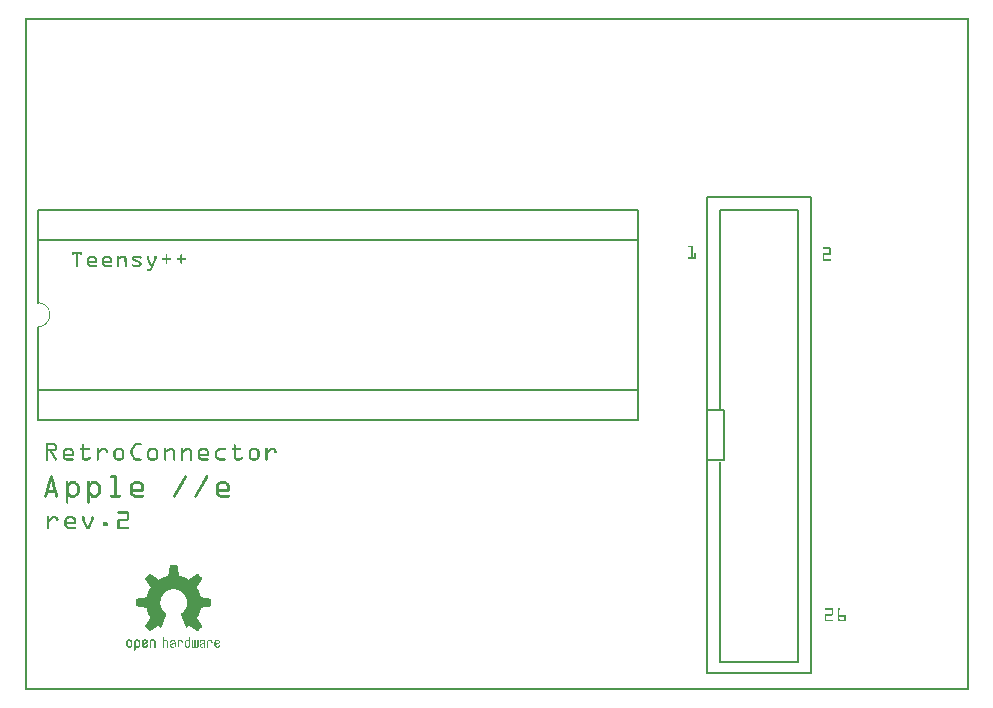
<source format=gto>
G04 MADE WITH FRITZING*
G04 WWW.FRITZING.ORG*
G04 DOUBLE SIDED*
G04 HOLES PLATED*
G04 CONTOUR ON CENTER OF CONTOUR VECTOR*
%ASAXBY*%
%FSLAX23Y23*%
%MOIN*%
%OFA0B0*%
%SFA1.0B1.0*%
%ADD10R,0.354200X1.595200X0.338200X1.579200*%
%ADD11C,0.008000*%
%ADD12R,0.063000X0.173200X0.047000X0.157200*%
%ADD13C,0.006000*%
%LNSILK1*%
G90*
G70*
G54D11*
X2280Y1643D02*
X2626Y1643D01*
X2626Y56D01*
X2280Y56D01*
X2280Y1643D01*
D02*
X2280Y932D02*
X2335Y932D01*
X2335Y767D01*
X2280Y767D01*
X2280Y932D01*
D02*
G54D13*
X2048Y1600D02*
X48Y1600D01*
D02*
X48Y900D02*
X2048Y900D01*
D02*
X2048Y1600D02*
X2048Y1500D01*
D02*
X48Y1600D02*
X48Y1500D01*
D02*
X48Y900D02*
X48Y1000D01*
D02*
X48Y1500D02*
X48Y1290D01*
D02*
X2048Y1500D02*
X2048Y1000D01*
D02*
X48Y1000D02*
X2048Y1000D01*
D02*
X48Y1000D02*
X48Y1210D01*
D02*
X2048Y1000D02*
X2048Y900D01*
D02*
X48Y1500D02*
X2048Y1500D01*
G36*
X4Y2240D02*
X4Y2232D01*
X3145Y2232D01*
X3145Y4D01*
X3151Y4D01*
X3151Y2240D01*
X4Y2240D01*
G37*
D02*
G36*
X4Y2232D02*
X4Y4D01*
X12Y4D01*
X12Y2232D01*
X4Y2232D01*
G37*
D02*
G36*
X4Y4D02*
X4Y3D01*
X3151Y3D01*
X3151Y4D01*
X4Y4D01*
G37*
D02*
G36*
X4Y4D02*
X4Y3D01*
X3151Y3D01*
X3151Y4D01*
X4Y4D01*
G37*
D02*
G36*
X4Y3D02*
X4Y-2D01*
X3151Y-2D01*
X3151Y3D01*
X4Y3D01*
G37*
D02*
G36*
X2216Y1480D02*
X2216Y1479D01*
X2214Y1479D01*
X2214Y1475D01*
X2215Y1475D01*
X2215Y1474D01*
X2225Y1474D01*
X2225Y1441D01*
X2231Y1441D01*
X2231Y1480D01*
X2216Y1480D01*
G37*
D02*
G36*
X2237Y1455D02*
X2237Y1441D01*
X2242Y1441D01*
X2242Y1454D01*
X2241Y1454D01*
X2241Y1455D01*
X2237Y1455D01*
G37*
D02*
G36*
X2216Y1441D02*
X2216Y1440D01*
X2242Y1440D01*
X2242Y1441D01*
X2216Y1441D01*
G37*
D02*
G36*
X2216Y1441D02*
X2216Y1440D01*
X2242Y1440D01*
X2242Y1441D01*
X2216Y1441D01*
G37*
D02*
G36*
X2214Y1440D02*
X2214Y1436D01*
X2215Y1436D01*
X2215Y1435D01*
X2241Y1435D01*
X2241Y1436D01*
X2242Y1436D01*
X2242Y1440D01*
X2214Y1440D01*
G37*
D02*
G36*
X2666Y1474D02*
X2666Y1473D01*
X2664Y1473D01*
X2664Y1469D01*
X2665Y1469D01*
X2665Y1468D01*
X2687Y1468D01*
X2687Y1454D01*
X2667Y1454D01*
X2667Y1453D01*
X2666Y1453D01*
X2666Y1452D01*
X2665Y1452D01*
X2665Y1451D01*
X2664Y1451D01*
X2664Y1429D01*
X2691Y1429D01*
X2691Y1430D01*
X2692Y1430D01*
X2692Y1434D01*
X2691Y1434D01*
X2691Y1435D01*
X2670Y1435D01*
X2670Y1448D01*
X2688Y1448D01*
X2688Y1449D01*
X2690Y1449D01*
X2690Y1450D01*
X2691Y1450D01*
X2691Y1451D01*
X2692Y1451D01*
X2692Y1458D01*
X2693Y1458D01*
X2693Y1464D01*
X2692Y1464D01*
X2692Y1471D01*
X2691Y1471D01*
X2691Y1472D01*
X2690Y1472D01*
X2690Y1473D01*
X2688Y1473D01*
X2688Y1474D01*
X2666Y1474D01*
G37*
D02*
G36*
X163Y1460D02*
X163Y1453D01*
X189Y1453D01*
X189Y1450D01*
X190Y1450D01*
X190Y1449D01*
X191Y1449D01*
X191Y1448D01*
X194Y1448D01*
X194Y1449D01*
X195Y1449D01*
X195Y1450D01*
X196Y1450D01*
X196Y1460D01*
X163Y1460D01*
G37*
D02*
G36*
X163Y1453D02*
X163Y1449D01*
X164Y1449D01*
X164Y1448D01*
X168Y1448D01*
X168Y1449D01*
X169Y1449D01*
X169Y1451D01*
X170Y1451D01*
X170Y1453D01*
X163Y1453D01*
G37*
D02*
G36*
X176Y1453D02*
X176Y1410D01*
X177Y1410D01*
X177Y1409D01*
X181Y1409D01*
X181Y1410D01*
X182Y1410D01*
X182Y1411D01*
X183Y1411D01*
X183Y1453D01*
X176Y1453D01*
G37*
D02*
G36*
X476Y1451D02*
X476Y1450D01*
X475Y1450D01*
X475Y1449D01*
X474Y1449D01*
X474Y1438D01*
X463Y1438D01*
X463Y1437D01*
X461Y1437D01*
X461Y1432D01*
X463Y1432D01*
X463Y1431D01*
X474Y1431D01*
X474Y1419D01*
X476Y1419D01*
X476Y1418D01*
X479Y1418D01*
X479Y1419D01*
X480Y1419D01*
X480Y1431D01*
X492Y1431D01*
X492Y1432D01*
X493Y1432D01*
X493Y1434D01*
X494Y1434D01*
X494Y1435D01*
X493Y1435D01*
X493Y1437D01*
X492Y1437D01*
X492Y1438D01*
X480Y1438D01*
X480Y1450D01*
X479Y1450D01*
X479Y1451D01*
X476Y1451D01*
G37*
D02*
G36*
X525Y1451D02*
X525Y1450D01*
X524Y1450D01*
X524Y1448D01*
X523Y1448D01*
X523Y1438D01*
X512Y1438D01*
X512Y1437D01*
X511Y1437D01*
X511Y1435D01*
X510Y1435D01*
X510Y1434D01*
X511Y1434D01*
X511Y1432D01*
X512Y1432D01*
X512Y1431D01*
X523Y1431D01*
X523Y1421D01*
X524Y1421D01*
X524Y1419D01*
X525Y1419D01*
X525Y1418D01*
X528Y1418D01*
X528Y1419D01*
X529Y1419D01*
X529Y1420D01*
X530Y1420D01*
X530Y1431D01*
X541Y1431D01*
X541Y1432D01*
X542Y1432D01*
X542Y1433D01*
X543Y1433D01*
X543Y1436D01*
X542Y1436D01*
X542Y1437D01*
X541Y1437D01*
X541Y1438D01*
X530Y1438D01*
X530Y1449D01*
X529Y1449D01*
X529Y1450D01*
X528Y1450D01*
X528Y1451D01*
X525Y1451D01*
G37*
D02*
G36*
X221Y1446D02*
X221Y1445D01*
X219Y1445D01*
X219Y1444D01*
X218Y1444D01*
X218Y1443D01*
X217Y1443D01*
X217Y1442D01*
X216Y1442D01*
X216Y1441D01*
X215Y1441D01*
X215Y1440D01*
X230Y1440D01*
X230Y1439D01*
X235Y1439D01*
X235Y1438D01*
X237Y1438D01*
X237Y1437D01*
X238Y1437D01*
X238Y1435D01*
X239Y1435D01*
X239Y1430D01*
X238Y1430D01*
X238Y1429D01*
X245Y1429D01*
X245Y1438D01*
X244Y1438D01*
X244Y1440D01*
X243Y1440D01*
X243Y1441D01*
X242Y1441D01*
X242Y1442D01*
X241Y1442D01*
X241Y1443D01*
X240Y1443D01*
X240Y1444D01*
X239Y1444D01*
X239Y1445D01*
X237Y1445D01*
X237Y1446D01*
X221Y1446D01*
G37*
D02*
G36*
X214Y1440D02*
X214Y1438D01*
X213Y1438D01*
X213Y1429D01*
X220Y1429D01*
X220Y1430D01*
X219Y1430D01*
X219Y1436D01*
X220Y1436D01*
X220Y1437D01*
X221Y1437D01*
X221Y1438D01*
X222Y1438D01*
X222Y1439D01*
X225Y1439D01*
X225Y1440D01*
X214Y1440D01*
G37*
D02*
G36*
X213Y1429D02*
X213Y1428D01*
X245Y1428D01*
X245Y1429D01*
X213Y1429D01*
G37*
D02*
G36*
X213Y1429D02*
X213Y1428D01*
X245Y1428D01*
X245Y1429D01*
X213Y1429D01*
G37*
D02*
G36*
X213Y1428D02*
X213Y1417D01*
X214Y1417D01*
X214Y1415D01*
X215Y1415D01*
X215Y1414D01*
X216Y1414D01*
X216Y1413D01*
X217Y1413D01*
X217Y1412D01*
X218Y1412D01*
X218Y1411D01*
X219Y1411D01*
X219Y1410D01*
X221Y1410D01*
X221Y1409D01*
X244Y1409D01*
X244Y1410D01*
X245Y1410D01*
X245Y1414D01*
X244Y1414D01*
X244Y1415D01*
X224Y1415D01*
X224Y1416D01*
X222Y1416D01*
X222Y1417D01*
X221Y1417D01*
X221Y1418D01*
X220Y1418D01*
X220Y1419D01*
X219Y1419D01*
X219Y1423D01*
X244Y1423D01*
X244Y1424D01*
X245Y1424D01*
X245Y1428D01*
X213Y1428D01*
G37*
D02*
G36*
X271Y1446D02*
X271Y1445D01*
X269Y1445D01*
X269Y1444D01*
X268Y1444D01*
X268Y1443D01*
X267Y1443D01*
X267Y1442D01*
X265Y1442D01*
X265Y1441D01*
X264Y1441D01*
X264Y1440D01*
X279Y1440D01*
X279Y1439D01*
X285Y1439D01*
X285Y1438D01*
X286Y1438D01*
X286Y1437D01*
X287Y1437D01*
X287Y1436D01*
X288Y1436D01*
X288Y1429D01*
X295Y1429D01*
X295Y1437D01*
X294Y1437D01*
X294Y1439D01*
X293Y1439D01*
X293Y1441D01*
X292Y1441D01*
X292Y1442D01*
X291Y1442D01*
X291Y1443D01*
X289Y1443D01*
X289Y1444D01*
X288Y1444D01*
X288Y1445D01*
X286Y1445D01*
X286Y1446D01*
X271Y1446D01*
G37*
D02*
G36*
X264Y1440D02*
X264Y1439D01*
X263Y1439D01*
X263Y1437D01*
X262Y1437D01*
X262Y1429D01*
X269Y1429D01*
X269Y1436D01*
X270Y1436D01*
X270Y1437D01*
X271Y1437D01*
X271Y1438D01*
X272Y1438D01*
X272Y1439D01*
X275Y1439D01*
X275Y1440D01*
X264Y1440D01*
G37*
D02*
G36*
X262Y1429D02*
X262Y1428D01*
X295Y1428D01*
X295Y1429D01*
X262Y1429D01*
G37*
D02*
G36*
X262Y1429D02*
X262Y1428D01*
X295Y1428D01*
X295Y1429D01*
X262Y1429D01*
G37*
D02*
G36*
X262Y1428D02*
X262Y1418D01*
X263Y1418D01*
X263Y1416D01*
X264Y1416D01*
X264Y1414D01*
X265Y1414D01*
X265Y1413D01*
X266Y1413D01*
X266Y1412D01*
X268Y1412D01*
X268Y1411D01*
X269Y1411D01*
X269Y1410D01*
X271Y1410D01*
X271Y1409D01*
X294Y1409D01*
X294Y1410D01*
X295Y1410D01*
X295Y1414D01*
X294Y1414D01*
X294Y1415D01*
X274Y1415D01*
X274Y1416D01*
X272Y1416D01*
X272Y1417D01*
X271Y1417D01*
X271Y1418D01*
X270Y1418D01*
X270Y1419D01*
X269Y1419D01*
X269Y1423D01*
X294Y1423D01*
X294Y1424D01*
X295Y1424D01*
X295Y1428D01*
X262Y1428D01*
G37*
D02*
G36*
X313Y1446D02*
X313Y1445D01*
X312Y1445D01*
X312Y1441D01*
X319Y1441D01*
X319Y1442D01*
X318Y1442D01*
X318Y1445D01*
X317Y1445D01*
X317Y1446D01*
X313Y1446D01*
G37*
D02*
G36*
X327Y1446D02*
X327Y1445D01*
X325Y1445D01*
X325Y1444D01*
X323Y1444D01*
X323Y1443D01*
X322Y1443D01*
X322Y1442D01*
X320Y1442D01*
X320Y1441D01*
X342Y1441D01*
X342Y1443D01*
X341Y1443D01*
X341Y1444D01*
X339Y1444D01*
X339Y1445D01*
X337Y1445D01*
X337Y1446D01*
X327Y1446D01*
G37*
D02*
G36*
X312Y1441D02*
X312Y1440D01*
X343Y1440D01*
X343Y1441D01*
X312Y1441D01*
G37*
D02*
G36*
X312Y1441D02*
X312Y1440D01*
X343Y1440D01*
X343Y1441D01*
X312Y1441D01*
G37*
D02*
G36*
X312Y1440D02*
X312Y1439D01*
X336Y1439D01*
X336Y1438D01*
X337Y1438D01*
X337Y1425D01*
X338Y1425D01*
X338Y1410D01*
X339Y1410D01*
X339Y1409D01*
X343Y1409D01*
X343Y1410D01*
X344Y1410D01*
X344Y1411D01*
X345Y1411D01*
X345Y1416D01*
X344Y1416D01*
X344Y1439D01*
X343Y1439D01*
X343Y1440D01*
X312Y1440D01*
G37*
D02*
G36*
X312Y1439D02*
X312Y1410D01*
X313Y1410D01*
X313Y1409D01*
X317Y1409D01*
X317Y1410D01*
X318Y1410D01*
X318Y1423D01*
X319Y1423D01*
X319Y1433D01*
X320Y1433D01*
X320Y1434D01*
X321Y1434D01*
X321Y1435D01*
X323Y1435D01*
X323Y1436D01*
X324Y1436D01*
X324Y1437D01*
X326Y1437D01*
X326Y1438D01*
X328Y1438D01*
X328Y1439D01*
X312Y1439D01*
G37*
D02*
G36*
X413Y1446D02*
X413Y1445D01*
X412Y1445D01*
X412Y1444D01*
X411Y1444D01*
X411Y1436D01*
X412Y1436D01*
X412Y1433D01*
X413Y1433D01*
X413Y1431D01*
X414Y1431D01*
X414Y1429D01*
X415Y1429D01*
X415Y1427D01*
X416Y1427D01*
X416Y1424D01*
X417Y1424D01*
X417Y1422D01*
X418Y1422D01*
X418Y1420D01*
X419Y1420D01*
X419Y1418D01*
X426Y1418D01*
X426Y1420D01*
X425Y1420D01*
X425Y1423D01*
X424Y1423D01*
X424Y1425D01*
X423Y1425D01*
X423Y1427D01*
X422Y1427D01*
X422Y1429D01*
X421Y1429D01*
X421Y1432D01*
X420Y1432D01*
X420Y1434D01*
X419Y1434D01*
X419Y1436D01*
X418Y1436D01*
X418Y1444D01*
X417Y1444D01*
X417Y1445D01*
X416Y1445D01*
X416Y1446D01*
X413Y1446D01*
G37*
D02*
G36*
X439Y1446D02*
X439Y1445D01*
X438Y1445D01*
X438Y1444D01*
X437Y1444D01*
X437Y1436D01*
X436Y1436D01*
X436Y1434D01*
X435Y1434D01*
X435Y1432D01*
X434Y1432D01*
X434Y1429D01*
X433Y1429D01*
X433Y1427D01*
X432Y1427D01*
X432Y1425D01*
X431Y1425D01*
X431Y1423D01*
X430Y1423D01*
X430Y1420D01*
X429Y1420D01*
X429Y1418D01*
X436Y1418D01*
X436Y1420D01*
X437Y1420D01*
X437Y1422D01*
X438Y1422D01*
X438Y1424D01*
X439Y1424D01*
X439Y1426D01*
X440Y1426D01*
X440Y1429D01*
X441Y1429D01*
X441Y1431D01*
X442Y1431D01*
X442Y1433D01*
X443Y1433D01*
X443Y1436D01*
X444Y1436D01*
X444Y1444D01*
X443Y1444D01*
X443Y1446D01*
X439Y1446D01*
G37*
D02*
G36*
X419Y1418D02*
X419Y1417D01*
X436Y1417D01*
X436Y1418D01*
X419Y1418D01*
G37*
D02*
G36*
X419Y1418D02*
X419Y1417D01*
X436Y1417D01*
X436Y1418D01*
X419Y1418D01*
G37*
D02*
G36*
X420Y1417D02*
X420Y1415D01*
X421Y1415D01*
X421Y1413D01*
X422Y1413D01*
X422Y1412D01*
X425Y1412D01*
X425Y1409D01*
X424Y1409D01*
X424Y1407D01*
X423Y1407D01*
X423Y1404D01*
X422Y1404D01*
X422Y1402D01*
X421Y1402D01*
X421Y1401D01*
X412Y1401D01*
X412Y1400D01*
X411Y1400D01*
X411Y1397D01*
X412Y1397D01*
X412Y1395D01*
X425Y1395D01*
X425Y1396D01*
X426Y1396D01*
X426Y1397D01*
X427Y1397D01*
X427Y1399D01*
X428Y1399D01*
X428Y1401D01*
X429Y1401D01*
X429Y1404D01*
X430Y1404D01*
X430Y1406D01*
X431Y1406D01*
X431Y1408D01*
X432Y1408D01*
X432Y1411D01*
X433Y1411D01*
X433Y1413D01*
X434Y1413D01*
X434Y1415D01*
X435Y1415D01*
X435Y1417D01*
X420Y1417D01*
G37*
D02*
G36*
X367Y1446D02*
X367Y1445D01*
X366Y1445D01*
X366Y1444D01*
X365Y1444D01*
X365Y1443D01*
X364Y1443D01*
X364Y1442D01*
X363Y1442D01*
X363Y1440D01*
X378Y1440D01*
X378Y1439D01*
X387Y1439D01*
X387Y1438D01*
X388Y1438D01*
X388Y1437D01*
X392Y1437D01*
X392Y1438D01*
X393Y1438D01*
X393Y1440D01*
X394Y1440D01*
X394Y1441D01*
X393Y1441D01*
X393Y1443D01*
X392Y1443D01*
X392Y1444D01*
X390Y1444D01*
X390Y1445D01*
X388Y1445D01*
X388Y1446D01*
X367Y1446D01*
G37*
D02*
G36*
X362Y1440D02*
X362Y1436D01*
X363Y1436D01*
X363Y1433D01*
X364Y1433D01*
X364Y1432D01*
X365Y1432D01*
X365Y1431D01*
X366Y1431D01*
X366Y1430D01*
X369Y1430D01*
X369Y1429D01*
X371Y1429D01*
X371Y1428D01*
X373Y1428D01*
X373Y1427D01*
X375Y1427D01*
X375Y1426D01*
X378Y1426D01*
X378Y1425D01*
X380Y1425D01*
X380Y1424D01*
X382Y1424D01*
X382Y1423D01*
X384Y1423D01*
X384Y1422D01*
X386Y1422D01*
X386Y1421D01*
X387Y1421D01*
X387Y1420D01*
X388Y1420D01*
X388Y1418D01*
X387Y1418D01*
X387Y1416D01*
X385Y1416D01*
X385Y1415D01*
X394Y1415D01*
X394Y1423D01*
X393Y1423D01*
X393Y1424D01*
X392Y1424D01*
X392Y1426D01*
X391Y1426D01*
X391Y1427D01*
X389Y1427D01*
X389Y1428D01*
X387Y1428D01*
X387Y1429D01*
X385Y1429D01*
X385Y1430D01*
X383Y1430D01*
X383Y1431D01*
X380Y1431D01*
X380Y1432D01*
X378Y1432D01*
X378Y1433D01*
X376Y1433D01*
X376Y1434D01*
X374Y1434D01*
X374Y1435D01*
X371Y1435D01*
X371Y1436D01*
X369Y1436D01*
X369Y1439D01*
X371Y1439D01*
X371Y1440D01*
X362Y1440D01*
G37*
D02*
G36*
X363Y1418D02*
X363Y1417D01*
X362Y1417D01*
X362Y1415D01*
X371Y1415D01*
X371Y1416D01*
X368Y1416D01*
X368Y1417D01*
X367Y1417D01*
X367Y1418D01*
X363Y1418D01*
G37*
D02*
G36*
X362Y1415D02*
X362Y1414D01*
X393Y1414D01*
X393Y1415D01*
X362Y1415D01*
G37*
D02*
G36*
X362Y1415D02*
X362Y1414D01*
X393Y1414D01*
X393Y1415D01*
X362Y1415D01*
G37*
D02*
G36*
X362Y1414D02*
X362Y1413D01*
X363Y1413D01*
X363Y1412D01*
X364Y1412D01*
X364Y1411D01*
X365Y1411D01*
X365Y1410D01*
X368Y1410D01*
X368Y1409D01*
X388Y1409D01*
X388Y1410D01*
X390Y1410D01*
X390Y1411D01*
X391Y1411D01*
X391Y1412D01*
X392Y1412D01*
X392Y1413D01*
X393Y1413D01*
X393Y1414D01*
X362Y1414D01*
G37*
D02*
G36*
X48Y1291D02*
X48Y1288D01*
X55Y1288D01*
X55Y1287D01*
X59Y1287D01*
X59Y1286D01*
X62Y1286D01*
X62Y1285D01*
X65Y1285D01*
X65Y1284D01*
X67Y1284D01*
X67Y1283D01*
X68Y1283D01*
X68Y1282D01*
X70Y1282D01*
X70Y1281D01*
X71Y1281D01*
X71Y1280D01*
X73Y1280D01*
X73Y1279D01*
X74Y1279D01*
X74Y1278D01*
X75Y1278D01*
X75Y1277D01*
X76Y1277D01*
X76Y1276D01*
X77Y1276D01*
X77Y1275D01*
X78Y1275D01*
X78Y1273D01*
X79Y1273D01*
X79Y1272D01*
X80Y1272D01*
X80Y1271D01*
X81Y1271D01*
X81Y1269D01*
X82Y1269D01*
X82Y1267D01*
X83Y1267D01*
X83Y1265D01*
X84Y1265D01*
X84Y1262D01*
X85Y1262D01*
X85Y1259D01*
X86Y1259D01*
X86Y1252D01*
X87Y1252D01*
X87Y1247D01*
X86Y1247D01*
X86Y1240D01*
X85Y1240D01*
X85Y1237D01*
X84Y1237D01*
X84Y1234D01*
X83Y1234D01*
X83Y1232D01*
X82Y1232D01*
X82Y1230D01*
X81Y1230D01*
X81Y1229D01*
X80Y1229D01*
X80Y1227D01*
X79Y1227D01*
X79Y1226D01*
X78Y1226D01*
X78Y1225D01*
X77Y1225D01*
X77Y1223D01*
X76Y1223D01*
X76Y1222D01*
X75Y1222D01*
X75Y1221D01*
X73Y1221D01*
X73Y1220D01*
X72Y1220D01*
X72Y1219D01*
X71Y1219D01*
X71Y1218D01*
X70Y1218D01*
X70Y1217D01*
X68Y1217D01*
X68Y1216D01*
X66Y1216D01*
X66Y1215D01*
X64Y1215D01*
X64Y1214D01*
X62Y1214D01*
X62Y1213D01*
X58Y1213D01*
X58Y1212D01*
X54Y1212D01*
X54Y1211D01*
X48Y1211D01*
X48Y1208D01*
X54Y1208D01*
X54Y1209D01*
X59Y1209D01*
X59Y1210D01*
X62Y1210D01*
X62Y1211D01*
X64Y1211D01*
X64Y1212D01*
X67Y1212D01*
X67Y1213D01*
X68Y1213D01*
X68Y1214D01*
X70Y1214D01*
X70Y1215D01*
X72Y1215D01*
X72Y1216D01*
X73Y1216D01*
X73Y1217D01*
X74Y1217D01*
X74Y1218D01*
X75Y1218D01*
X75Y1219D01*
X77Y1219D01*
X77Y1220D01*
X78Y1220D01*
X78Y1222D01*
X79Y1222D01*
X79Y1223D01*
X80Y1223D01*
X80Y1224D01*
X81Y1224D01*
X81Y1225D01*
X82Y1225D01*
X82Y1227D01*
X83Y1227D01*
X83Y1228D01*
X84Y1228D01*
X84Y1230D01*
X85Y1230D01*
X85Y1232D01*
X86Y1232D01*
X86Y1234D01*
X87Y1234D01*
X87Y1237D01*
X88Y1237D01*
X88Y1240D01*
X89Y1240D01*
X89Y1246D01*
X90Y1246D01*
X90Y1253D01*
X89Y1253D01*
X89Y1259D01*
X88Y1259D01*
X88Y1263D01*
X87Y1263D01*
X87Y1265D01*
X86Y1265D01*
X86Y1267D01*
X85Y1267D01*
X85Y1269D01*
X84Y1269D01*
X84Y1271D01*
X83Y1271D01*
X83Y1273D01*
X82Y1273D01*
X82Y1274D01*
X81Y1274D01*
X81Y1275D01*
X80Y1275D01*
X80Y1277D01*
X79Y1277D01*
X79Y1278D01*
X78Y1278D01*
X78Y1279D01*
X77Y1279D01*
X77Y1280D01*
X76Y1280D01*
X76Y1281D01*
X75Y1281D01*
X75Y1282D01*
X73Y1282D01*
X73Y1283D01*
X72Y1283D01*
X72Y1284D01*
X70Y1284D01*
X70Y1285D01*
X69Y1285D01*
X69Y1286D01*
X67Y1286D01*
X67Y1287D01*
X65Y1287D01*
X65Y1288D01*
X62Y1288D01*
X62Y1289D01*
X59Y1289D01*
X59Y1290D01*
X55Y1290D01*
X55Y1291D01*
X48Y1291D01*
G37*
D02*
G36*
X75Y821D02*
X75Y814D01*
X102Y814D01*
X102Y813D01*
X104Y813D01*
X104Y811D01*
X105Y811D01*
X105Y805D01*
X104Y805D01*
X104Y803D01*
X102Y803D01*
X102Y802D01*
X112Y802D01*
X112Y814D01*
X111Y814D01*
X111Y816D01*
X110Y816D01*
X110Y817D01*
X109Y817D01*
X109Y818D01*
X108Y818D01*
X108Y819D01*
X107Y819D01*
X107Y820D01*
X105Y820D01*
X105Y821D01*
X75Y821D01*
G37*
D02*
G36*
X75Y814D02*
X75Y802D01*
X83Y802D01*
X83Y814D01*
X75Y814D01*
G37*
D02*
G36*
X75Y802D02*
X75Y801D01*
X111Y801D01*
X111Y802D01*
X75Y802D01*
G37*
D02*
G36*
X75Y802D02*
X75Y801D01*
X111Y801D01*
X111Y802D01*
X75Y802D01*
G37*
D02*
G36*
X75Y801D02*
X75Y795D01*
X88Y795D01*
X88Y793D01*
X89Y793D01*
X89Y792D01*
X90Y792D01*
X90Y790D01*
X91Y790D01*
X91Y788D01*
X92Y788D01*
X92Y787D01*
X93Y787D01*
X93Y785D01*
X94Y785D01*
X94Y783D01*
X95Y783D01*
X95Y781D01*
X96Y781D01*
X96Y780D01*
X97Y780D01*
X97Y778D01*
X98Y778D01*
X98Y776D01*
X99Y776D01*
X99Y775D01*
X100Y775D01*
X100Y773D01*
X101Y773D01*
X101Y771D01*
X102Y771D01*
X102Y770D01*
X103Y770D01*
X103Y768D01*
X104Y768D01*
X104Y766D01*
X105Y766D01*
X105Y764D01*
X107Y764D01*
X107Y763D01*
X110Y763D01*
X110Y764D01*
X111Y764D01*
X111Y765D01*
X112Y765D01*
X112Y769D01*
X111Y769D01*
X111Y771D01*
X110Y771D01*
X110Y772D01*
X109Y772D01*
X109Y774D01*
X108Y774D01*
X108Y776D01*
X107Y776D01*
X107Y778D01*
X106Y778D01*
X106Y779D01*
X105Y779D01*
X105Y781D01*
X104Y781D01*
X104Y783D01*
X103Y783D01*
X103Y784D01*
X102Y784D01*
X102Y786D01*
X101Y786D01*
X101Y788D01*
X100Y788D01*
X100Y790D01*
X99Y790D01*
X99Y791D01*
X98Y791D01*
X98Y793D01*
X97Y793D01*
X97Y795D01*
X105Y795D01*
X105Y796D01*
X107Y796D01*
X107Y797D01*
X108Y797D01*
X108Y798D01*
X109Y798D01*
X109Y799D01*
X110Y799D01*
X110Y800D01*
X111Y800D01*
X111Y801D01*
X75Y801D01*
G37*
D02*
G36*
X75Y795D02*
X75Y765D01*
X76Y765D01*
X76Y764D01*
X77Y764D01*
X77Y763D01*
X81Y763D01*
X81Y764D01*
X82Y764D01*
X82Y766D01*
X83Y766D01*
X83Y795D01*
X75Y795D01*
G37*
D02*
G36*
X372Y821D02*
X372Y820D01*
X370Y820D01*
X370Y819D01*
X369Y819D01*
X369Y818D01*
X368Y818D01*
X368Y817D01*
X367Y817D01*
X367Y816D01*
X366Y816D01*
X366Y814D01*
X365Y814D01*
X365Y812D01*
X364Y812D01*
X364Y810D01*
X363Y810D01*
X363Y808D01*
X362Y808D01*
X362Y806D01*
X361Y806D01*
X361Y804D01*
X360Y804D01*
X360Y802D01*
X359Y802D01*
X359Y800D01*
X358Y800D01*
X358Y798D01*
X357Y798D01*
X357Y786D01*
X358Y786D01*
X358Y784D01*
X359Y784D01*
X359Y782D01*
X360Y782D01*
X360Y780D01*
X361Y780D01*
X361Y778D01*
X362Y778D01*
X362Y776D01*
X363Y776D01*
X363Y774D01*
X364Y774D01*
X364Y772D01*
X365Y772D01*
X365Y770D01*
X366Y770D01*
X366Y768D01*
X367Y768D01*
X367Y767D01*
X368Y767D01*
X368Y766D01*
X369Y766D01*
X369Y765D01*
X370Y765D01*
X370Y764D01*
X373Y764D01*
X373Y763D01*
X392Y763D01*
X392Y764D01*
X393Y764D01*
X393Y766D01*
X394Y766D01*
X394Y768D01*
X393Y768D01*
X393Y769D01*
X392Y769D01*
X392Y770D01*
X390Y770D01*
X390Y771D01*
X374Y771D01*
X374Y772D01*
X373Y772D01*
X373Y773D01*
X372Y773D01*
X372Y775D01*
X371Y775D01*
X371Y777D01*
X370Y777D01*
X370Y779D01*
X369Y779D01*
X369Y781D01*
X368Y781D01*
X368Y783D01*
X367Y783D01*
X367Y785D01*
X366Y785D01*
X366Y787D01*
X365Y787D01*
X365Y789D01*
X364Y789D01*
X364Y795D01*
X365Y795D01*
X365Y797D01*
X366Y797D01*
X366Y799D01*
X367Y799D01*
X367Y801D01*
X368Y801D01*
X368Y803D01*
X369Y803D01*
X369Y805D01*
X370Y805D01*
X370Y807D01*
X371Y807D01*
X371Y809D01*
X372Y809D01*
X372Y811D01*
X373Y811D01*
X373Y813D01*
X375Y813D01*
X375Y814D01*
X392Y814D01*
X392Y815D01*
X393Y815D01*
X393Y816D01*
X394Y816D01*
X394Y819D01*
X393Y819D01*
X393Y820D01*
X392Y820D01*
X392Y821D01*
X372Y821D01*
G37*
D02*
G36*
X197Y818D02*
X197Y817D01*
X196Y817D01*
X196Y816D01*
X195Y816D01*
X195Y805D01*
X189Y805D01*
X189Y804D01*
X188Y804D01*
X188Y799D01*
X189Y799D01*
X189Y798D01*
X195Y798D01*
X195Y771D01*
X204Y771D01*
X204Y772D01*
X203Y772D01*
X203Y798D01*
X219Y798D01*
X219Y799D01*
X220Y799D01*
X220Y800D01*
X221Y800D01*
X221Y804D01*
X220Y804D01*
X220Y805D01*
X203Y805D01*
X203Y815D01*
X202Y815D01*
X202Y817D01*
X201Y817D01*
X201Y818D01*
X197Y818D01*
G37*
D02*
G36*
X219Y777D02*
X219Y776D01*
X218Y776D01*
X218Y774D01*
X217Y774D01*
X217Y772D01*
X216Y772D01*
X216Y771D01*
X225Y771D01*
X225Y775D01*
X224Y775D01*
X224Y776D01*
X223Y776D01*
X223Y777D01*
X219Y777D01*
G37*
D02*
G36*
X196Y771D02*
X196Y770D01*
X224Y770D01*
X224Y771D01*
X196Y771D01*
G37*
D02*
G36*
X196Y771D02*
X196Y770D01*
X224Y770D01*
X224Y771D01*
X196Y771D01*
G37*
D02*
G36*
X196Y770D02*
X196Y769D01*
X197Y769D01*
X197Y767D01*
X198Y767D01*
X198Y766D01*
X199Y766D01*
X199Y765D01*
X201Y765D01*
X201Y764D01*
X203Y764D01*
X203Y763D01*
X217Y763D01*
X217Y764D01*
X219Y764D01*
X219Y765D01*
X221Y765D01*
X221Y766D01*
X222Y766D01*
X222Y767D01*
X223Y767D01*
X223Y769D01*
X224Y769D01*
X224Y770D01*
X196Y770D01*
G37*
D02*
G36*
X703Y818D02*
X703Y817D01*
X702Y817D01*
X702Y806D01*
X701Y806D01*
X701Y805D01*
X696Y805D01*
X696Y804D01*
X695Y804D01*
X695Y803D01*
X694Y803D01*
X694Y800D01*
X695Y800D01*
X695Y799D01*
X696Y799D01*
X696Y798D01*
X702Y798D01*
X702Y771D01*
X710Y771D01*
X710Y773D01*
X709Y773D01*
X709Y798D01*
X726Y798D01*
X726Y799D01*
X727Y799D01*
X727Y801D01*
X728Y801D01*
X728Y803D01*
X727Y803D01*
X727Y804D01*
X726Y804D01*
X726Y805D01*
X710Y805D01*
X710Y806D01*
X709Y806D01*
X709Y816D01*
X708Y816D01*
X708Y817D01*
X707Y817D01*
X707Y818D01*
X703Y818D01*
G37*
D02*
G36*
X726Y777D02*
X726Y776D01*
X725Y776D01*
X725Y775D01*
X724Y775D01*
X724Y773D01*
X723Y773D01*
X723Y771D01*
X731Y771D01*
X731Y776D01*
X729Y776D01*
X729Y777D01*
X726Y777D01*
G37*
D02*
G36*
X702Y771D02*
X702Y770D01*
X731Y770D01*
X731Y771D01*
X702Y771D01*
G37*
D02*
G36*
X702Y771D02*
X702Y770D01*
X731Y770D01*
X731Y771D01*
X702Y771D01*
G37*
D02*
G36*
X703Y770D02*
X703Y768D01*
X704Y768D01*
X704Y767D01*
X705Y767D01*
X705Y766D01*
X706Y766D01*
X706Y765D01*
X707Y765D01*
X707Y764D01*
X710Y764D01*
X710Y763D01*
X723Y763D01*
X723Y764D01*
X726Y764D01*
X726Y765D01*
X727Y765D01*
X727Y766D01*
X728Y766D01*
X728Y767D01*
X729Y767D01*
X729Y768D01*
X730Y768D01*
X730Y770D01*
X703Y770D01*
G37*
D02*
G36*
X141Y805D02*
X141Y804D01*
X139Y804D01*
X139Y803D01*
X138Y803D01*
X138Y802D01*
X137Y802D01*
X137Y801D01*
X135Y801D01*
X135Y800D01*
X134Y800D01*
X134Y798D01*
X156Y798D01*
X156Y797D01*
X158Y797D01*
X158Y796D01*
X159Y796D01*
X159Y795D01*
X160Y795D01*
X160Y794D01*
X161Y794D01*
X161Y786D01*
X169Y786D01*
X169Y792D01*
X168Y792D01*
X168Y797D01*
X167Y797D01*
X167Y798D01*
X166Y798D01*
X166Y800D01*
X164Y800D01*
X164Y801D01*
X163Y801D01*
X163Y802D01*
X162Y802D01*
X162Y803D01*
X161Y803D01*
X161Y804D01*
X159Y804D01*
X159Y805D01*
X141Y805D01*
G37*
D02*
G36*
X133Y798D02*
X133Y797D01*
X132Y797D01*
X132Y794D01*
X131Y794D01*
X131Y786D01*
X139Y786D01*
X139Y794D01*
X140Y794D01*
X140Y795D01*
X141Y795D01*
X141Y796D01*
X142Y796D01*
X142Y797D01*
X144Y797D01*
X144Y798D01*
X133Y798D01*
G37*
D02*
G36*
X131Y786D02*
X131Y785D01*
X169Y785D01*
X169Y786D01*
X131Y786D01*
G37*
D02*
G36*
X131Y786D02*
X131Y785D01*
X169Y785D01*
X169Y786D01*
X131Y786D01*
G37*
D02*
G36*
X131Y785D02*
X131Y775D01*
X132Y775D01*
X132Y772D01*
X133Y772D01*
X133Y770D01*
X134Y770D01*
X134Y769D01*
X135Y769D01*
X135Y768D01*
X136Y768D01*
X136Y767D01*
X137Y767D01*
X137Y766D01*
X138Y766D01*
X138Y765D01*
X140Y765D01*
X140Y764D01*
X142Y764D01*
X142Y763D01*
X167Y763D01*
X167Y764D01*
X168Y764D01*
X168Y769D01*
X167Y769D01*
X167Y770D01*
X165Y770D01*
X165Y771D01*
X143Y771D01*
X143Y772D01*
X142Y772D01*
X142Y773D01*
X140Y773D01*
X140Y775D01*
X139Y775D01*
X139Y779D01*
X167Y779D01*
X167Y780D01*
X168Y780D01*
X168Y783D01*
X169Y783D01*
X169Y785D01*
X131Y785D01*
G37*
D02*
G36*
X245Y805D02*
X245Y804D01*
X244Y804D01*
X244Y798D01*
X251Y798D01*
X251Y804D01*
X250Y804D01*
X250Y805D01*
X245Y805D01*
G37*
D02*
G36*
X260Y805D02*
X260Y804D01*
X259Y804D01*
X259Y803D01*
X258Y803D01*
X258Y802D01*
X257Y802D01*
X257Y801D01*
X255Y801D01*
X255Y800D01*
X254Y800D01*
X254Y799D01*
X253Y799D01*
X253Y798D01*
X271Y798D01*
X271Y797D01*
X273Y797D01*
X273Y795D01*
X274Y795D01*
X274Y790D01*
X275Y790D01*
X275Y789D01*
X277Y789D01*
X277Y788D01*
X278Y788D01*
X278Y789D01*
X280Y789D01*
X280Y790D01*
X281Y790D01*
X281Y798D01*
X280Y798D01*
X280Y800D01*
X279Y800D01*
X279Y801D01*
X278Y801D01*
X278Y802D01*
X277Y802D01*
X277Y803D01*
X276Y803D01*
X276Y804D01*
X274Y804D01*
X274Y805D01*
X260Y805D01*
G37*
D02*
G36*
X244Y798D02*
X244Y797D01*
X263Y797D01*
X263Y798D01*
X244Y798D01*
G37*
D02*
G36*
X244Y798D02*
X244Y797D01*
X263Y797D01*
X263Y798D01*
X244Y798D01*
G37*
D02*
G36*
X244Y797D02*
X244Y765D01*
X245Y765D01*
X245Y764D01*
X246Y764D01*
X246Y763D01*
X249Y763D01*
X249Y764D01*
X251Y764D01*
X251Y787D01*
X252Y787D01*
X252Y788D01*
X253Y788D01*
X253Y789D01*
X254Y789D01*
X254Y790D01*
X255Y790D01*
X255Y791D01*
X256Y791D01*
X256Y792D01*
X258Y792D01*
X258Y793D01*
X259Y793D01*
X259Y794D01*
X260Y794D01*
X260Y795D01*
X261Y795D01*
X261Y796D01*
X262Y796D01*
X262Y797D01*
X244Y797D01*
G37*
D02*
G36*
X310Y805D02*
X310Y804D01*
X308Y804D01*
X308Y803D01*
X307Y803D01*
X307Y802D01*
X305Y802D01*
X305Y801D01*
X304Y801D01*
X304Y800D01*
X303Y800D01*
X303Y799D01*
X302Y799D01*
X302Y798D01*
X325Y798D01*
X325Y797D01*
X326Y797D01*
X326Y796D01*
X328Y796D01*
X328Y795D01*
X329Y795D01*
X329Y793D01*
X330Y793D01*
X330Y775D01*
X329Y775D01*
X329Y774D01*
X328Y774D01*
X328Y773D01*
X327Y773D01*
X327Y772D01*
X326Y772D01*
X326Y771D01*
X336Y771D01*
X336Y772D01*
X337Y772D01*
X337Y796D01*
X336Y796D01*
X336Y798D01*
X335Y798D01*
X335Y799D01*
X334Y799D01*
X334Y800D01*
X333Y800D01*
X333Y801D01*
X332Y801D01*
X332Y802D01*
X331Y802D01*
X331Y803D01*
X330Y803D01*
X330Y804D01*
X328Y804D01*
X328Y805D01*
X310Y805D01*
G37*
D02*
G36*
X302Y798D02*
X302Y797D01*
X301Y797D01*
X301Y794D01*
X300Y794D01*
X300Y774D01*
X301Y774D01*
X301Y771D01*
X312Y771D01*
X312Y772D01*
X310Y772D01*
X310Y773D01*
X309Y773D01*
X309Y774D01*
X308Y774D01*
X308Y794D01*
X309Y794D01*
X309Y795D01*
X310Y795D01*
X310Y796D01*
X311Y796D01*
X311Y797D01*
X313Y797D01*
X313Y798D01*
X302Y798D01*
G37*
D02*
G36*
X302Y771D02*
X302Y770D01*
X336Y770D01*
X336Y771D01*
X302Y771D01*
G37*
D02*
G36*
X302Y771D02*
X302Y770D01*
X336Y770D01*
X336Y771D01*
X302Y771D01*
G37*
D02*
G36*
X303Y770D02*
X303Y769D01*
X304Y769D01*
X304Y768D01*
X305Y768D01*
X305Y767D01*
X306Y767D01*
X306Y766D01*
X307Y766D01*
X307Y765D01*
X309Y765D01*
X309Y764D01*
X311Y764D01*
X311Y763D01*
X327Y763D01*
X327Y764D01*
X329Y764D01*
X329Y765D01*
X331Y765D01*
X331Y766D01*
X332Y766D01*
X332Y767D01*
X333Y767D01*
X333Y768D01*
X334Y768D01*
X334Y769D01*
X335Y769D01*
X335Y770D01*
X303Y770D01*
G37*
D02*
G36*
X422Y805D02*
X422Y804D01*
X420Y804D01*
X420Y803D01*
X419Y803D01*
X419Y802D01*
X418Y802D01*
X418Y801D01*
X417Y801D01*
X417Y800D01*
X416Y800D01*
X416Y799D01*
X415Y799D01*
X415Y798D01*
X438Y798D01*
X438Y797D01*
X439Y797D01*
X439Y796D01*
X440Y796D01*
X440Y795D01*
X441Y795D01*
X441Y794D01*
X442Y794D01*
X442Y774D01*
X441Y774D01*
X441Y773D01*
X440Y773D01*
X440Y772D01*
X438Y772D01*
X438Y771D01*
X449Y771D01*
X449Y773D01*
X450Y773D01*
X450Y795D01*
X449Y795D01*
X449Y797D01*
X448Y797D01*
X448Y799D01*
X447Y799D01*
X447Y800D01*
X446Y800D01*
X446Y801D01*
X445Y801D01*
X445Y802D01*
X444Y802D01*
X444Y803D01*
X442Y803D01*
X442Y804D01*
X440Y804D01*
X440Y805D01*
X422Y805D01*
G37*
D02*
G36*
X414Y798D02*
X414Y796D01*
X413Y796D01*
X413Y773D01*
X414Y773D01*
X414Y771D01*
X424Y771D01*
X424Y772D01*
X423Y772D01*
X423Y773D01*
X422Y773D01*
X422Y774D01*
X421Y774D01*
X421Y775D01*
X420Y775D01*
X420Y793D01*
X421Y793D01*
X421Y795D01*
X423Y795D01*
X423Y796D01*
X424Y796D01*
X424Y797D01*
X425Y797D01*
X425Y798D01*
X414Y798D01*
G37*
D02*
G36*
X415Y771D02*
X415Y770D01*
X448Y770D01*
X448Y771D01*
X415Y771D01*
G37*
D02*
G36*
X415Y771D02*
X415Y770D01*
X448Y770D01*
X448Y771D01*
X415Y771D01*
G37*
D02*
G36*
X415Y770D02*
X415Y769D01*
X416Y769D01*
X416Y768D01*
X417Y768D01*
X417Y767D01*
X418Y767D01*
X418Y766D01*
X420Y766D01*
X420Y765D01*
X421Y765D01*
X421Y764D01*
X423Y764D01*
X423Y763D01*
X439Y763D01*
X439Y764D01*
X442Y764D01*
X442Y765D01*
X443Y765D01*
X443Y766D01*
X444Y766D01*
X444Y767D01*
X445Y767D01*
X445Y768D01*
X447Y768D01*
X447Y770D01*
X415Y770D01*
G37*
D02*
G36*
X470Y805D02*
X470Y803D01*
X469Y803D01*
X469Y800D01*
X477Y800D01*
X477Y803D01*
X476Y803D01*
X476Y804D01*
X475Y804D01*
X475Y805D01*
X470Y805D01*
G37*
D02*
G36*
X485Y805D02*
X485Y804D01*
X484Y804D01*
X484Y803D01*
X482Y803D01*
X482Y802D01*
X480Y802D01*
X480Y801D01*
X479Y801D01*
X479Y800D01*
X503Y800D01*
X503Y802D01*
X502Y802D01*
X502Y803D01*
X500Y803D01*
X500Y804D01*
X498Y804D01*
X498Y805D01*
X485Y805D01*
G37*
D02*
G36*
X469Y800D02*
X469Y799D01*
X504Y799D01*
X504Y800D01*
X469Y800D01*
G37*
D02*
G36*
X469Y800D02*
X469Y799D01*
X504Y799D01*
X504Y800D01*
X469Y800D01*
G37*
D02*
G36*
X469Y799D02*
X469Y798D01*
X496Y798D01*
X496Y797D01*
X497Y797D01*
X497Y795D01*
X498Y795D01*
X498Y772D01*
X499Y772D01*
X499Y765D01*
X500Y765D01*
X500Y764D01*
X501Y764D01*
X501Y763D01*
X504Y763D01*
X504Y764D01*
X505Y764D01*
X505Y765D01*
X506Y765D01*
X506Y788D01*
X505Y788D01*
X505Y798D01*
X504Y798D01*
X504Y799D01*
X469Y799D01*
G37*
D02*
G36*
X469Y798D02*
X469Y765D01*
X470Y765D01*
X470Y764D01*
X471Y764D01*
X471Y763D01*
X475Y763D01*
X475Y764D01*
X476Y764D01*
X476Y766D01*
X477Y766D01*
X477Y791D01*
X479Y791D01*
X479Y792D01*
X480Y792D01*
X480Y793D01*
X482Y793D01*
X482Y794D01*
X483Y794D01*
X483Y795D01*
X485Y795D01*
X485Y796D01*
X487Y796D01*
X487Y797D01*
X488Y797D01*
X488Y798D01*
X469Y798D01*
G37*
D02*
G36*
X527Y805D02*
X527Y804D01*
X526Y804D01*
X526Y803D01*
X525Y803D01*
X525Y799D01*
X533Y799D01*
X533Y803D01*
X532Y803D01*
X532Y805D01*
X527Y805D01*
G37*
D02*
G36*
X542Y805D02*
X542Y804D01*
X540Y804D01*
X540Y803D01*
X538Y803D01*
X538Y802D01*
X537Y802D01*
X537Y801D01*
X535Y801D01*
X535Y800D01*
X534Y800D01*
X534Y799D01*
X560Y799D01*
X560Y801D01*
X559Y801D01*
X559Y802D01*
X558Y802D01*
X558Y803D01*
X557Y803D01*
X557Y804D01*
X555Y804D01*
X555Y805D01*
X542Y805D01*
G37*
D02*
G36*
X525Y799D02*
X525Y798D01*
X561Y798D01*
X561Y799D01*
X525Y799D01*
G37*
D02*
G36*
X525Y799D02*
X525Y798D01*
X561Y798D01*
X561Y799D01*
X525Y799D01*
G37*
D02*
G36*
X525Y798D02*
X525Y766D01*
X526Y766D01*
X526Y764D01*
X527Y764D01*
X527Y763D01*
X531Y763D01*
X531Y764D01*
X532Y764D01*
X532Y765D01*
X533Y765D01*
X533Y790D01*
X534Y790D01*
X534Y791D01*
X535Y791D01*
X535Y792D01*
X537Y792D01*
X537Y793D01*
X538Y793D01*
X538Y794D01*
X540Y794D01*
X540Y795D01*
X541Y795D01*
X541Y796D01*
X543Y796D01*
X543Y797D01*
X545Y797D01*
X545Y798D01*
X525Y798D01*
G37*
D02*
G36*
X552Y798D02*
X552Y797D01*
X553Y797D01*
X553Y796D01*
X554Y796D01*
X554Y781D01*
X555Y781D01*
X555Y765D01*
X556Y765D01*
X556Y764D01*
X557Y764D01*
X557Y763D01*
X561Y763D01*
X561Y764D01*
X562Y764D01*
X562Y767D01*
X563Y767D01*
X563Y768D01*
X562Y768D01*
X562Y795D01*
X561Y795D01*
X561Y798D01*
X552Y798D01*
G37*
D02*
G36*
X591Y805D02*
X591Y804D01*
X589Y804D01*
X589Y803D01*
X588Y803D01*
X588Y802D01*
X587Y802D01*
X587Y801D01*
X586Y801D01*
X586Y800D01*
X585Y800D01*
X585Y799D01*
X584Y799D01*
X584Y798D01*
X607Y798D01*
X607Y797D01*
X608Y797D01*
X608Y796D01*
X609Y796D01*
X609Y795D01*
X610Y795D01*
X610Y794D01*
X611Y794D01*
X611Y786D01*
X619Y786D01*
X619Y795D01*
X618Y795D01*
X618Y797D01*
X617Y797D01*
X617Y799D01*
X616Y799D01*
X616Y800D01*
X615Y800D01*
X615Y801D01*
X614Y801D01*
X614Y802D01*
X612Y802D01*
X612Y803D01*
X611Y803D01*
X611Y804D01*
X609Y804D01*
X609Y805D01*
X591Y805D01*
G37*
D02*
G36*
X583Y798D02*
X583Y796D01*
X582Y796D01*
X582Y786D01*
X590Y786D01*
X590Y787D01*
X589Y787D01*
X589Y793D01*
X590Y793D01*
X590Y795D01*
X591Y795D01*
X591Y796D01*
X593Y796D01*
X593Y797D01*
X594Y797D01*
X594Y798D01*
X583Y798D01*
G37*
D02*
G36*
X582Y786D02*
X582Y785D01*
X619Y785D01*
X619Y786D01*
X582Y786D01*
G37*
D02*
G36*
X582Y786D02*
X582Y785D01*
X619Y785D01*
X619Y786D01*
X582Y786D01*
G37*
D02*
G36*
X582Y785D02*
X582Y772D01*
X583Y772D01*
X583Y770D01*
X584Y770D01*
X584Y769D01*
X585Y769D01*
X585Y768D01*
X586Y768D01*
X586Y767D01*
X587Y767D01*
X587Y766D01*
X589Y766D01*
X589Y765D01*
X590Y765D01*
X590Y764D01*
X592Y764D01*
X592Y763D01*
X617Y763D01*
X617Y764D01*
X618Y764D01*
X618Y765D01*
X619Y765D01*
X619Y768D01*
X618Y768D01*
X618Y770D01*
X615Y770D01*
X615Y771D01*
X593Y771D01*
X593Y772D01*
X592Y772D01*
X592Y773D01*
X591Y773D01*
X591Y774D01*
X590Y774D01*
X590Y775D01*
X589Y775D01*
X589Y779D01*
X617Y779D01*
X617Y780D01*
X618Y780D01*
X618Y781D01*
X619Y781D01*
X619Y785D01*
X582Y785D01*
G37*
D02*
G36*
X651Y805D02*
X651Y804D01*
X649Y804D01*
X649Y803D01*
X648Y803D01*
X648Y802D01*
X647Y802D01*
X647Y801D01*
X646Y801D01*
X646Y800D01*
X645Y800D01*
X645Y799D01*
X643Y799D01*
X643Y798D01*
X642Y798D01*
X642Y797D01*
X641Y797D01*
X641Y796D01*
X640Y796D01*
X640Y794D01*
X639Y794D01*
X639Y792D01*
X638Y792D01*
X638Y776D01*
X639Y776D01*
X639Y774D01*
X640Y774D01*
X640Y773D01*
X641Y773D01*
X641Y772D01*
X642Y772D01*
X642Y771D01*
X643Y771D01*
X643Y770D01*
X644Y770D01*
X644Y769D01*
X645Y769D01*
X645Y768D01*
X646Y768D01*
X646Y767D01*
X647Y767D01*
X647Y766D01*
X649Y766D01*
X649Y765D01*
X650Y765D01*
X650Y764D01*
X652Y764D01*
X652Y763D01*
X673Y763D01*
X673Y764D01*
X674Y764D01*
X674Y765D01*
X675Y765D01*
X675Y769D01*
X674Y769D01*
X674Y770D01*
X672Y770D01*
X672Y771D01*
X653Y771D01*
X653Y772D01*
X652Y772D01*
X652Y773D01*
X651Y773D01*
X651Y774D01*
X650Y774D01*
X650Y775D01*
X648Y775D01*
X648Y776D01*
X647Y776D01*
X647Y777D01*
X646Y777D01*
X646Y791D01*
X647Y791D01*
X647Y792D01*
X648Y792D01*
X648Y793D01*
X649Y793D01*
X649Y794D01*
X650Y794D01*
X650Y795D01*
X651Y795D01*
X651Y796D01*
X653Y796D01*
X653Y797D01*
X654Y797D01*
X654Y798D01*
X673Y798D01*
X673Y799D01*
X674Y799D01*
X674Y800D01*
X675Y800D01*
X675Y804D01*
X674Y804D01*
X674Y805D01*
X651Y805D01*
G37*
D02*
G36*
X760Y805D02*
X760Y804D01*
X758Y804D01*
X758Y803D01*
X757Y803D01*
X757Y802D01*
X756Y802D01*
X756Y801D01*
X755Y801D01*
X755Y800D01*
X754Y800D01*
X754Y799D01*
X753Y799D01*
X753Y798D01*
X775Y798D01*
X775Y797D01*
X777Y797D01*
X777Y796D01*
X778Y796D01*
X778Y795D01*
X779Y795D01*
X779Y794D01*
X780Y794D01*
X780Y774D01*
X779Y774D01*
X779Y773D01*
X777Y773D01*
X777Y772D01*
X776Y772D01*
X776Y771D01*
X786Y771D01*
X786Y772D01*
X787Y772D01*
X787Y774D01*
X788Y774D01*
X788Y794D01*
X787Y794D01*
X787Y797D01*
X786Y797D01*
X786Y799D01*
X785Y799D01*
X785Y800D01*
X784Y800D01*
X784Y801D01*
X783Y801D01*
X783Y802D01*
X781Y802D01*
X781Y803D01*
X780Y803D01*
X780Y804D01*
X778Y804D01*
X778Y805D01*
X760Y805D01*
G37*
D02*
G36*
X752Y798D02*
X752Y796D01*
X751Y796D01*
X751Y772D01*
X752Y772D01*
X752Y771D01*
X762Y771D01*
X762Y772D01*
X761Y772D01*
X761Y773D01*
X760Y773D01*
X760Y774D01*
X759Y774D01*
X759Y775D01*
X758Y775D01*
X758Y794D01*
X759Y794D01*
X759Y795D01*
X760Y795D01*
X760Y796D01*
X761Y796D01*
X761Y797D01*
X763Y797D01*
X763Y798D01*
X752Y798D01*
G37*
D02*
G36*
X752Y771D02*
X752Y770D01*
X786Y770D01*
X786Y771D01*
X752Y771D01*
G37*
D02*
G36*
X752Y771D02*
X752Y770D01*
X786Y770D01*
X786Y771D01*
X752Y771D01*
G37*
D02*
G36*
X753Y770D02*
X753Y769D01*
X754Y769D01*
X754Y768D01*
X755Y768D01*
X755Y767D01*
X756Y767D01*
X756Y766D01*
X757Y766D01*
X757Y765D01*
X759Y765D01*
X759Y764D01*
X761Y764D01*
X761Y763D01*
X777Y763D01*
X777Y764D01*
X779Y764D01*
X779Y765D01*
X781Y765D01*
X781Y766D01*
X782Y766D01*
X782Y767D01*
X783Y767D01*
X783Y768D01*
X784Y768D01*
X784Y769D01*
X785Y769D01*
X785Y770D01*
X753Y770D01*
G37*
D02*
G36*
X808Y805D02*
X808Y804D01*
X807Y804D01*
X807Y798D01*
X814Y798D01*
X814Y804D01*
X813Y804D01*
X813Y805D01*
X808Y805D01*
G37*
D02*
G36*
X823Y805D02*
X823Y804D01*
X822Y804D01*
X822Y803D01*
X821Y803D01*
X821Y802D01*
X819Y802D01*
X819Y801D01*
X818Y801D01*
X818Y800D01*
X817Y800D01*
X817Y799D01*
X816Y799D01*
X816Y798D01*
X834Y798D01*
X834Y797D01*
X836Y797D01*
X836Y792D01*
X837Y792D01*
X837Y790D01*
X838Y790D01*
X838Y789D01*
X839Y789D01*
X839Y788D01*
X841Y788D01*
X841Y789D01*
X843Y789D01*
X843Y790D01*
X844Y790D01*
X844Y797D01*
X843Y797D01*
X843Y800D01*
X842Y800D01*
X842Y801D01*
X841Y801D01*
X841Y802D01*
X840Y802D01*
X840Y803D01*
X839Y803D01*
X839Y804D01*
X837Y804D01*
X837Y805D01*
X823Y805D01*
G37*
D02*
G36*
X807Y798D02*
X807Y797D01*
X826Y797D01*
X826Y798D01*
X807Y798D01*
G37*
D02*
G36*
X807Y798D02*
X807Y797D01*
X826Y797D01*
X826Y798D01*
X807Y798D01*
G37*
D02*
G36*
X807Y797D02*
X807Y765D01*
X808Y765D01*
X808Y764D01*
X809Y764D01*
X809Y763D01*
X812Y763D01*
X812Y764D01*
X814Y764D01*
X814Y787D01*
X815Y787D01*
X815Y788D01*
X816Y788D01*
X816Y789D01*
X817Y789D01*
X817Y790D01*
X818Y790D01*
X818Y791D01*
X819Y791D01*
X819Y792D01*
X820Y792D01*
X820Y793D01*
X822Y793D01*
X822Y794D01*
X823Y794D01*
X823Y795D01*
X824Y795D01*
X824Y796D01*
X825Y796D01*
X825Y797D01*
X807Y797D01*
G37*
D02*
G36*
X91Y714D02*
X91Y713D01*
X89Y713D01*
X89Y711D01*
X88Y711D01*
X88Y707D01*
X87Y707D01*
X87Y704D01*
X86Y704D01*
X86Y701D01*
X85Y701D01*
X85Y697D01*
X84Y697D01*
X84Y694D01*
X83Y694D01*
X83Y691D01*
X94Y691D01*
X94Y687D01*
X95Y687D01*
X95Y684D01*
X96Y684D01*
X96Y680D01*
X97Y680D01*
X97Y677D01*
X98Y677D01*
X98Y674D01*
X99Y674D01*
X99Y670D01*
X100Y670D01*
X100Y667D01*
X101Y667D01*
X101Y666D01*
X111Y666D01*
X111Y667D01*
X110Y667D01*
X110Y670D01*
X109Y670D01*
X109Y673D01*
X108Y673D01*
X108Y677D01*
X107Y677D01*
X107Y680D01*
X106Y680D01*
X106Y684D01*
X105Y684D01*
X105Y687D01*
X104Y687D01*
X104Y691D01*
X103Y691D01*
X103Y694D01*
X102Y694D01*
X102Y697D01*
X101Y697D01*
X101Y701D01*
X100Y701D01*
X100Y704D01*
X99Y704D01*
X99Y708D01*
X98Y708D01*
X98Y711D01*
X97Y711D01*
X97Y713D01*
X95Y713D01*
X95Y714D01*
X91Y714D01*
G37*
D02*
G36*
X83Y691D02*
X83Y690D01*
X82Y690D01*
X82Y687D01*
X81Y687D01*
X81Y684D01*
X80Y684D01*
X80Y680D01*
X79Y680D01*
X79Y677D01*
X78Y677D01*
X78Y673D01*
X77Y673D01*
X77Y670D01*
X76Y670D01*
X76Y667D01*
X75Y667D01*
X75Y666D01*
X85Y666D01*
X85Y667D01*
X86Y667D01*
X86Y670D01*
X87Y670D01*
X87Y673D01*
X88Y673D01*
X88Y677D01*
X89Y677D01*
X89Y680D01*
X90Y680D01*
X90Y684D01*
X91Y684D01*
X91Y687D01*
X92Y687D01*
X92Y690D01*
X93Y690D01*
X93Y691D01*
X83Y691D01*
G37*
D02*
G36*
X75Y666D02*
X75Y665D01*
X111Y665D01*
X111Y666D01*
X75Y666D01*
G37*
D02*
G36*
X75Y666D02*
X75Y665D01*
X111Y665D01*
X111Y666D01*
X75Y666D01*
G37*
D02*
G36*
X75Y665D02*
X75Y663D01*
X74Y663D01*
X74Y660D01*
X73Y660D01*
X73Y656D01*
X104Y656D01*
X104Y653D01*
X105Y653D01*
X105Y650D01*
X106Y650D01*
X106Y646D01*
X107Y646D01*
X107Y643D01*
X108Y643D01*
X108Y642D01*
X109Y642D01*
X109Y641D01*
X110Y641D01*
X110Y640D01*
X113Y640D01*
X113Y641D01*
X115Y641D01*
X115Y642D01*
X116Y642D01*
X116Y644D01*
X117Y644D01*
X117Y646D01*
X116Y646D01*
X116Y649D01*
X115Y649D01*
X115Y653D01*
X114Y653D01*
X114Y656D01*
X113Y656D01*
X113Y660D01*
X112Y660D01*
X112Y663D01*
X111Y663D01*
X111Y665D01*
X75Y665D01*
G37*
D02*
G36*
X72Y656D02*
X72Y653D01*
X71Y653D01*
X71Y649D01*
X70Y649D01*
X70Y646D01*
X69Y646D01*
X69Y644D01*
X70Y644D01*
X70Y642D01*
X71Y642D01*
X71Y641D01*
X73Y641D01*
X73Y640D01*
X76Y640D01*
X76Y641D01*
X77Y641D01*
X77Y642D01*
X78Y642D01*
X78Y643D01*
X79Y643D01*
X79Y646D01*
X80Y646D01*
X80Y649D01*
X81Y649D01*
X81Y653D01*
X82Y653D01*
X82Y656D01*
X72Y656D01*
G37*
D02*
G36*
X291Y714D02*
X291Y713D01*
X290Y713D01*
X290Y712D01*
X289Y712D01*
X289Y707D01*
X290Y707D01*
X290Y706D01*
X291Y706D01*
X291Y705D01*
X302Y705D01*
X302Y704D01*
X303Y704D01*
X303Y650D01*
X292Y650D01*
X292Y649D01*
X290Y649D01*
X290Y648D01*
X289Y648D01*
X289Y642D01*
X290Y642D01*
X290Y641D01*
X292Y641D01*
X292Y640D01*
X323Y640D01*
X323Y641D01*
X325Y641D01*
X325Y642D01*
X326Y642D01*
X326Y648D01*
X325Y648D01*
X325Y649D01*
X323Y649D01*
X323Y650D01*
X312Y650D01*
X312Y712D01*
X311Y712D01*
X311Y713D01*
X310Y713D01*
X310Y714D01*
X291Y714D01*
G37*
D02*
G36*
X538Y714D02*
X538Y713D01*
X537Y713D01*
X537Y712D01*
X536Y712D01*
X536Y710D01*
X535Y710D01*
X535Y708D01*
X534Y708D01*
X534Y706D01*
X533Y706D01*
X533Y705D01*
X532Y705D01*
X532Y703D01*
X531Y703D01*
X531Y701D01*
X530Y701D01*
X530Y700D01*
X529Y700D01*
X529Y698D01*
X528Y698D01*
X528Y696D01*
X527Y696D01*
X527Y694D01*
X526Y694D01*
X526Y693D01*
X525Y693D01*
X525Y691D01*
X524Y691D01*
X524Y689D01*
X523Y689D01*
X523Y688D01*
X522Y688D01*
X522Y686D01*
X521Y686D01*
X521Y684D01*
X520Y684D01*
X520Y682D01*
X519Y682D01*
X519Y681D01*
X518Y681D01*
X518Y679D01*
X517Y679D01*
X517Y677D01*
X516Y677D01*
X516Y676D01*
X515Y676D01*
X515Y674D01*
X514Y674D01*
X514Y672D01*
X513Y672D01*
X513Y670D01*
X512Y670D01*
X512Y669D01*
X511Y669D01*
X511Y667D01*
X510Y667D01*
X510Y665D01*
X509Y665D01*
X509Y664D01*
X508Y664D01*
X508Y662D01*
X507Y662D01*
X507Y660D01*
X506Y660D01*
X506Y658D01*
X505Y658D01*
X505Y657D01*
X504Y657D01*
X504Y655D01*
X503Y655D01*
X503Y653D01*
X502Y653D01*
X502Y652D01*
X501Y652D01*
X501Y650D01*
X500Y650D01*
X500Y648D01*
X499Y648D01*
X499Y646D01*
X498Y646D01*
X498Y644D01*
X499Y644D01*
X499Y642D01*
X500Y642D01*
X500Y641D01*
X502Y641D01*
X502Y640D01*
X505Y640D01*
X505Y641D01*
X506Y641D01*
X506Y642D01*
X507Y642D01*
X507Y643D01*
X508Y643D01*
X508Y645D01*
X509Y645D01*
X509Y646D01*
X510Y646D01*
X510Y648D01*
X511Y648D01*
X511Y650D01*
X512Y650D01*
X512Y652D01*
X513Y652D01*
X513Y653D01*
X514Y653D01*
X514Y655D01*
X515Y655D01*
X515Y657D01*
X516Y657D01*
X516Y658D01*
X517Y658D01*
X517Y660D01*
X518Y660D01*
X518Y662D01*
X519Y662D01*
X519Y664D01*
X520Y664D01*
X520Y665D01*
X521Y665D01*
X521Y667D01*
X522Y667D01*
X522Y669D01*
X523Y669D01*
X523Y670D01*
X524Y670D01*
X524Y672D01*
X525Y672D01*
X525Y674D01*
X526Y674D01*
X526Y675D01*
X527Y675D01*
X527Y677D01*
X528Y677D01*
X528Y679D01*
X529Y679D01*
X529Y681D01*
X530Y681D01*
X530Y682D01*
X531Y682D01*
X531Y684D01*
X532Y684D01*
X532Y686D01*
X533Y686D01*
X533Y687D01*
X534Y687D01*
X534Y689D01*
X535Y689D01*
X535Y691D01*
X536Y691D01*
X536Y693D01*
X537Y693D01*
X537Y694D01*
X538Y694D01*
X538Y696D01*
X539Y696D01*
X539Y698D01*
X540Y698D01*
X540Y699D01*
X541Y699D01*
X541Y701D01*
X542Y701D01*
X542Y703D01*
X543Y703D01*
X543Y705D01*
X544Y705D01*
X544Y706D01*
X545Y706D01*
X545Y709D01*
X546Y709D01*
X546Y710D01*
X545Y710D01*
X545Y712D01*
X544Y712D01*
X544Y713D01*
X543Y713D01*
X543Y714D01*
X538Y714D01*
G37*
D02*
G36*
X610Y714D02*
X610Y713D01*
X609Y713D01*
X609Y712D01*
X608Y712D01*
X608Y711D01*
X607Y711D01*
X607Y709D01*
X606Y709D01*
X606Y707D01*
X605Y707D01*
X605Y706D01*
X604Y706D01*
X604Y704D01*
X603Y704D01*
X603Y702D01*
X602Y702D01*
X602Y700D01*
X601Y700D01*
X601Y699D01*
X600Y699D01*
X600Y697D01*
X599Y697D01*
X599Y695D01*
X598Y695D01*
X598Y694D01*
X597Y694D01*
X597Y692D01*
X596Y692D01*
X596Y690D01*
X595Y690D01*
X595Y689D01*
X594Y689D01*
X594Y687D01*
X593Y687D01*
X593Y685D01*
X592Y685D01*
X592Y683D01*
X591Y683D01*
X591Y682D01*
X590Y682D01*
X590Y680D01*
X589Y680D01*
X589Y678D01*
X588Y678D01*
X588Y677D01*
X587Y677D01*
X587Y675D01*
X586Y675D01*
X586Y673D01*
X585Y673D01*
X585Y671D01*
X584Y671D01*
X584Y670D01*
X583Y670D01*
X583Y668D01*
X582Y668D01*
X582Y666D01*
X581Y666D01*
X581Y665D01*
X580Y665D01*
X580Y663D01*
X579Y663D01*
X579Y661D01*
X578Y661D01*
X578Y659D01*
X577Y659D01*
X577Y658D01*
X576Y658D01*
X576Y656D01*
X575Y656D01*
X575Y654D01*
X574Y654D01*
X574Y653D01*
X573Y653D01*
X573Y651D01*
X572Y651D01*
X572Y649D01*
X571Y649D01*
X571Y647D01*
X570Y647D01*
X570Y643D01*
X571Y643D01*
X571Y641D01*
X573Y641D01*
X573Y640D01*
X576Y640D01*
X576Y641D01*
X578Y641D01*
X578Y642D01*
X579Y642D01*
X579Y644D01*
X580Y644D01*
X580Y646D01*
X581Y646D01*
X581Y647D01*
X582Y647D01*
X582Y649D01*
X583Y649D01*
X583Y651D01*
X584Y651D01*
X584Y652D01*
X585Y652D01*
X585Y654D01*
X586Y654D01*
X586Y656D01*
X587Y656D01*
X587Y658D01*
X588Y658D01*
X588Y659D01*
X589Y659D01*
X589Y661D01*
X590Y661D01*
X590Y663D01*
X591Y663D01*
X591Y664D01*
X592Y664D01*
X592Y666D01*
X593Y666D01*
X593Y668D01*
X594Y668D01*
X594Y670D01*
X595Y670D01*
X595Y671D01*
X596Y671D01*
X596Y673D01*
X597Y673D01*
X597Y675D01*
X598Y675D01*
X598Y676D01*
X599Y676D01*
X599Y678D01*
X600Y678D01*
X600Y680D01*
X601Y680D01*
X601Y682D01*
X602Y682D01*
X602Y683D01*
X603Y683D01*
X603Y685D01*
X604Y685D01*
X604Y687D01*
X605Y687D01*
X605Y688D01*
X606Y688D01*
X606Y690D01*
X607Y690D01*
X607Y692D01*
X608Y692D01*
X608Y694D01*
X609Y694D01*
X609Y695D01*
X610Y695D01*
X610Y697D01*
X611Y697D01*
X611Y699D01*
X612Y699D01*
X612Y700D01*
X613Y700D01*
X613Y702D01*
X614Y702D01*
X614Y704D01*
X615Y704D01*
X615Y706D01*
X616Y706D01*
X616Y707D01*
X617Y707D01*
X617Y711D01*
X616Y711D01*
X616Y713D01*
X615Y713D01*
X615Y714D01*
X610Y714D01*
G37*
D02*
G36*
X144Y696D02*
X144Y695D01*
X142Y695D01*
X142Y693D01*
X141Y693D01*
X141Y690D01*
X150Y690D01*
X150Y694D01*
X149Y694D01*
X149Y695D01*
X148Y695D01*
X148Y696D01*
X144Y696D01*
G37*
D02*
G36*
X160Y696D02*
X160Y695D01*
X157Y695D01*
X157Y694D01*
X156Y694D01*
X156Y693D01*
X154Y693D01*
X154Y692D01*
X153Y692D01*
X153Y691D01*
X152Y691D01*
X152Y690D01*
X177Y690D01*
X177Y691D01*
X176Y691D01*
X176Y692D01*
X175Y692D01*
X175Y693D01*
X174Y693D01*
X174Y694D01*
X172Y694D01*
X172Y695D01*
X169Y695D01*
X169Y696D01*
X160Y696D01*
G37*
D02*
G36*
X141Y690D02*
X141Y689D01*
X179Y689D01*
X179Y690D01*
X141Y690D01*
G37*
D02*
G36*
X141Y690D02*
X141Y689D01*
X179Y689D01*
X179Y690D01*
X141Y690D01*
G37*
D02*
G36*
X141Y689D02*
X141Y686D01*
X168Y686D01*
X168Y685D01*
X170Y685D01*
X170Y684D01*
X171Y684D01*
X171Y683D01*
X172Y683D01*
X172Y682D01*
X173Y682D01*
X173Y681D01*
X174Y681D01*
X174Y680D01*
X175Y680D01*
X175Y679D01*
X177Y679D01*
X177Y678D01*
X178Y678D01*
X178Y675D01*
X179Y675D01*
X179Y659D01*
X178Y659D01*
X178Y657D01*
X177Y657D01*
X177Y656D01*
X176Y656D01*
X176Y655D01*
X175Y655D01*
X175Y654D01*
X174Y654D01*
X174Y653D01*
X173Y653D01*
X173Y652D01*
X172Y652D01*
X172Y651D01*
X171Y651D01*
X171Y650D01*
X169Y650D01*
X169Y649D01*
X168Y649D01*
X168Y648D01*
X183Y648D01*
X183Y649D01*
X184Y649D01*
X184Y650D01*
X185Y650D01*
X185Y651D01*
X186Y651D01*
X186Y653D01*
X187Y653D01*
X187Y655D01*
X188Y655D01*
X188Y679D01*
X187Y679D01*
X187Y681D01*
X186Y681D01*
X186Y683D01*
X185Y683D01*
X185Y684D01*
X184Y684D01*
X184Y685D01*
X183Y685D01*
X183Y686D01*
X182Y686D01*
X182Y687D01*
X181Y687D01*
X181Y688D01*
X180Y688D01*
X180Y689D01*
X141Y689D01*
G37*
D02*
G36*
X141Y686D02*
X141Y648D01*
X161Y648D01*
X161Y649D01*
X160Y649D01*
X160Y650D01*
X159Y650D01*
X159Y651D01*
X158Y651D01*
X158Y652D01*
X157Y652D01*
X157Y653D01*
X156Y653D01*
X156Y654D01*
X155Y654D01*
X155Y655D01*
X154Y655D01*
X154Y656D01*
X153Y656D01*
X153Y657D01*
X152Y657D01*
X152Y658D01*
X151Y658D01*
X151Y676D01*
X152Y676D01*
X152Y677D01*
X153Y677D01*
X153Y678D01*
X154Y678D01*
X154Y679D01*
X155Y679D01*
X155Y680D01*
X156Y680D01*
X156Y681D01*
X157Y681D01*
X157Y682D01*
X158Y682D01*
X158Y683D01*
X159Y683D01*
X159Y684D01*
X160Y684D01*
X160Y685D01*
X161Y685D01*
X161Y686D01*
X141Y686D01*
G37*
D02*
G36*
X141Y648D02*
X141Y647D01*
X182Y647D01*
X182Y648D01*
X141Y648D01*
G37*
D02*
G36*
X141Y648D02*
X141Y647D01*
X182Y647D01*
X182Y648D01*
X141Y648D01*
G37*
D02*
G36*
X141Y647D02*
X141Y645D01*
X152Y645D01*
X152Y644D01*
X153Y644D01*
X153Y643D01*
X154Y643D01*
X154Y642D01*
X155Y642D01*
X155Y641D01*
X156Y641D01*
X156Y640D01*
X158Y640D01*
X158Y639D01*
X161Y639D01*
X161Y638D01*
X169Y638D01*
X169Y639D01*
X172Y639D01*
X172Y640D01*
X173Y640D01*
X173Y641D01*
X175Y641D01*
X175Y642D01*
X176Y642D01*
X176Y643D01*
X177Y643D01*
X177Y644D01*
X178Y644D01*
X178Y645D01*
X179Y645D01*
X179Y646D01*
X181Y646D01*
X181Y647D01*
X141Y647D01*
G37*
D02*
G36*
X141Y645D02*
X141Y623D01*
X142Y623D01*
X142Y621D01*
X144Y621D01*
X144Y620D01*
X148Y620D01*
X148Y621D01*
X149Y621D01*
X149Y622D01*
X150Y622D01*
X150Y641D01*
X151Y641D01*
X151Y645D01*
X141Y645D01*
G37*
D02*
G36*
X215Y696D02*
X215Y695D01*
X214Y695D01*
X214Y694D01*
X213Y694D01*
X213Y692D01*
X212Y692D01*
X212Y689D01*
X222Y689D01*
X222Y693D01*
X221Y693D01*
X221Y695D01*
X219Y695D01*
X219Y696D01*
X215Y696D01*
G37*
D02*
G36*
X231Y696D02*
X231Y695D01*
X229Y695D01*
X229Y694D01*
X227Y694D01*
X227Y693D01*
X226Y693D01*
X226Y692D01*
X225Y692D01*
X225Y691D01*
X224Y691D01*
X224Y690D01*
X223Y690D01*
X223Y689D01*
X250Y689D01*
X250Y690D01*
X249Y690D01*
X249Y691D01*
X248Y691D01*
X248Y692D01*
X247Y692D01*
X247Y693D01*
X245Y693D01*
X245Y694D01*
X244Y694D01*
X244Y695D01*
X241Y695D01*
X241Y696D01*
X231Y696D01*
G37*
D02*
G36*
X212Y689D02*
X212Y688D01*
X251Y688D01*
X251Y689D01*
X212Y689D01*
G37*
D02*
G36*
X212Y689D02*
X212Y688D01*
X251Y688D01*
X251Y689D01*
X212Y689D01*
G37*
D02*
G36*
X212Y688D02*
X212Y686D01*
X240Y686D01*
X240Y685D01*
X241Y685D01*
X241Y684D01*
X242Y684D01*
X242Y683D01*
X244Y683D01*
X244Y682D01*
X245Y682D01*
X245Y681D01*
X246Y681D01*
X246Y680D01*
X247Y680D01*
X247Y679D01*
X248Y679D01*
X248Y678D01*
X249Y678D01*
X249Y677D01*
X250Y677D01*
X250Y657D01*
X249Y657D01*
X249Y656D01*
X248Y656D01*
X248Y655D01*
X247Y655D01*
X247Y654D01*
X246Y654D01*
X246Y653D01*
X244Y653D01*
X244Y652D01*
X243Y652D01*
X243Y651D01*
X242Y651D01*
X242Y650D01*
X241Y650D01*
X241Y649D01*
X240Y649D01*
X240Y648D01*
X254Y648D01*
X254Y649D01*
X256Y649D01*
X256Y651D01*
X257Y651D01*
X257Y652D01*
X258Y652D01*
X258Y654D01*
X259Y654D01*
X259Y657D01*
X260Y657D01*
X260Y677D01*
X259Y677D01*
X259Y680D01*
X258Y680D01*
X258Y682D01*
X257Y682D01*
X257Y684D01*
X256Y684D01*
X256Y685D01*
X255Y685D01*
X255Y686D01*
X253Y686D01*
X253Y687D01*
X252Y687D01*
X252Y688D01*
X212Y688D01*
G37*
D02*
G36*
X212Y686D02*
X212Y648D01*
X233Y648D01*
X233Y649D01*
X232Y649D01*
X232Y650D01*
X231Y650D01*
X231Y651D01*
X229Y651D01*
X229Y652D01*
X228Y652D01*
X228Y654D01*
X227Y654D01*
X227Y655D01*
X226Y655D01*
X226Y656D01*
X225Y656D01*
X225Y657D01*
X224Y657D01*
X224Y658D01*
X223Y658D01*
X223Y659D01*
X222Y659D01*
X222Y675D01*
X223Y675D01*
X223Y677D01*
X224Y677D01*
X224Y678D01*
X225Y678D01*
X225Y679D01*
X226Y679D01*
X226Y680D01*
X227Y680D01*
X227Y681D01*
X228Y681D01*
X228Y682D01*
X229Y682D01*
X229Y683D01*
X230Y683D01*
X230Y684D01*
X231Y684D01*
X231Y685D01*
X232Y685D01*
X232Y686D01*
X212Y686D01*
G37*
D02*
G36*
X212Y648D02*
X212Y647D01*
X253Y647D01*
X253Y648D01*
X212Y648D01*
G37*
D02*
G36*
X212Y648D02*
X212Y647D01*
X253Y647D01*
X253Y648D01*
X212Y648D01*
G37*
D02*
G36*
X212Y647D02*
X212Y645D01*
X223Y645D01*
X223Y644D01*
X224Y644D01*
X224Y643D01*
X225Y643D01*
X225Y642D01*
X226Y642D01*
X226Y641D01*
X227Y641D01*
X227Y640D01*
X229Y640D01*
X229Y639D01*
X232Y639D01*
X232Y638D01*
X240Y638D01*
X240Y639D01*
X243Y639D01*
X243Y640D01*
X245Y640D01*
X245Y641D01*
X246Y641D01*
X246Y642D01*
X247Y642D01*
X247Y643D01*
X249Y643D01*
X249Y644D01*
X250Y644D01*
X250Y645D01*
X251Y645D01*
X251Y646D01*
X252Y646D01*
X252Y647D01*
X212Y647D01*
G37*
D02*
G36*
X212Y645D02*
X212Y624D01*
X213Y624D01*
X213Y622D01*
X214Y622D01*
X214Y621D01*
X215Y621D01*
X215Y620D01*
X219Y620D01*
X219Y621D01*
X221Y621D01*
X221Y623D01*
X222Y623D01*
X222Y645D01*
X212Y645D01*
G37*
D02*
G36*
X369Y694D02*
X369Y693D01*
X367Y693D01*
X367Y692D01*
X365Y692D01*
X365Y691D01*
X364Y691D01*
X364Y690D01*
X362Y690D01*
X362Y689D01*
X361Y689D01*
X361Y688D01*
X360Y688D01*
X360Y687D01*
X359Y687D01*
X359Y686D01*
X358Y686D01*
X358Y684D01*
X388Y684D01*
X388Y683D01*
X389Y683D01*
X389Y682D01*
X390Y682D01*
X390Y681D01*
X391Y681D01*
X391Y680D01*
X392Y680D01*
X392Y679D01*
X393Y679D01*
X393Y670D01*
X403Y670D01*
X403Y678D01*
X402Y678D01*
X402Y682D01*
X401Y682D01*
X401Y684D01*
X400Y684D01*
X400Y686D01*
X399Y686D01*
X399Y687D01*
X398Y687D01*
X398Y688D01*
X397Y688D01*
X397Y689D01*
X395Y689D01*
X395Y690D01*
X394Y690D01*
X394Y691D01*
X393Y691D01*
X393Y692D01*
X391Y692D01*
X391Y693D01*
X389Y693D01*
X389Y694D01*
X369Y694D01*
G37*
D02*
G36*
X357Y684D02*
X357Y682D01*
X356Y682D01*
X356Y679D01*
X355Y679D01*
X355Y670D01*
X365Y670D01*
X365Y679D01*
X366Y679D01*
X366Y680D01*
X367Y680D01*
X367Y681D01*
X368Y681D01*
X368Y682D01*
X369Y682D01*
X369Y683D01*
X370Y683D01*
X370Y684D01*
X357Y684D01*
G37*
D02*
G36*
X355Y670D02*
X355Y669D01*
X403Y669D01*
X403Y670D01*
X355Y670D01*
G37*
D02*
G36*
X355Y670D02*
X355Y669D01*
X403Y669D01*
X403Y670D01*
X355Y670D01*
G37*
D02*
G36*
X355Y669D02*
X355Y656D01*
X356Y656D01*
X356Y652D01*
X357Y652D01*
X357Y650D01*
X358Y650D01*
X358Y648D01*
X359Y648D01*
X359Y647D01*
X360Y647D01*
X360Y646D01*
X362Y646D01*
X362Y645D01*
X363Y645D01*
X363Y644D01*
X364Y644D01*
X364Y643D01*
X365Y643D01*
X365Y642D01*
X367Y642D01*
X367Y641D01*
X370Y641D01*
X370Y640D01*
X399Y640D01*
X399Y641D01*
X401Y641D01*
X401Y642D01*
X402Y642D01*
X402Y644D01*
X403Y644D01*
X403Y646D01*
X402Y646D01*
X402Y648D01*
X401Y648D01*
X401Y649D01*
X399Y649D01*
X399Y650D01*
X371Y650D01*
X371Y651D01*
X369Y651D01*
X369Y652D01*
X368Y652D01*
X368Y653D01*
X367Y653D01*
X367Y654D01*
X366Y654D01*
X366Y655D01*
X365Y655D01*
X365Y660D01*
X399Y660D01*
X399Y661D01*
X401Y661D01*
X401Y662D01*
X402Y662D01*
X402Y664D01*
X403Y664D01*
X403Y669D01*
X355Y669D01*
G37*
D02*
G36*
X655Y694D02*
X655Y693D01*
X653Y693D01*
X653Y692D01*
X651Y692D01*
X651Y691D01*
X650Y691D01*
X650Y690D01*
X648Y690D01*
X648Y689D01*
X647Y689D01*
X647Y688D01*
X646Y688D01*
X646Y687D01*
X645Y687D01*
X645Y686D01*
X644Y686D01*
X644Y684D01*
X674Y684D01*
X674Y683D01*
X675Y683D01*
X675Y682D01*
X676Y682D01*
X676Y681D01*
X677Y681D01*
X677Y680D01*
X678Y680D01*
X678Y679D01*
X679Y679D01*
X679Y670D01*
X689Y670D01*
X689Y678D01*
X688Y678D01*
X688Y682D01*
X687Y682D01*
X687Y684D01*
X686Y684D01*
X686Y686D01*
X685Y686D01*
X685Y687D01*
X684Y687D01*
X684Y688D01*
X683Y688D01*
X683Y689D01*
X681Y689D01*
X681Y690D01*
X680Y690D01*
X680Y691D01*
X679Y691D01*
X679Y692D01*
X677Y692D01*
X677Y693D01*
X675Y693D01*
X675Y694D01*
X655Y694D01*
G37*
D02*
G36*
X643Y684D02*
X643Y682D01*
X642Y682D01*
X642Y679D01*
X641Y679D01*
X641Y670D01*
X651Y670D01*
X651Y679D01*
X652Y679D01*
X652Y680D01*
X653Y680D01*
X653Y681D01*
X654Y681D01*
X654Y682D01*
X655Y682D01*
X655Y683D01*
X656Y683D01*
X656Y684D01*
X643Y684D01*
G37*
D02*
G36*
X641Y670D02*
X641Y669D01*
X689Y669D01*
X689Y670D01*
X641Y670D01*
G37*
D02*
G36*
X641Y670D02*
X641Y669D01*
X689Y669D01*
X689Y670D01*
X641Y670D01*
G37*
D02*
G36*
X641Y669D02*
X641Y655D01*
X642Y655D01*
X642Y652D01*
X643Y652D01*
X643Y650D01*
X644Y650D01*
X644Y648D01*
X645Y648D01*
X645Y647D01*
X646Y647D01*
X646Y646D01*
X648Y646D01*
X648Y645D01*
X649Y645D01*
X649Y644D01*
X650Y644D01*
X650Y643D01*
X651Y643D01*
X651Y642D01*
X653Y642D01*
X653Y641D01*
X656Y641D01*
X656Y640D01*
X685Y640D01*
X685Y641D01*
X687Y641D01*
X687Y642D01*
X688Y642D01*
X688Y648D01*
X687Y648D01*
X687Y649D01*
X685Y649D01*
X685Y650D01*
X657Y650D01*
X657Y651D01*
X655Y651D01*
X655Y652D01*
X654Y652D01*
X654Y653D01*
X653Y653D01*
X653Y654D01*
X652Y654D01*
X652Y655D01*
X651Y655D01*
X651Y660D01*
X685Y660D01*
X685Y661D01*
X687Y661D01*
X687Y662D01*
X688Y662D01*
X688Y665D01*
X689Y665D01*
X689Y669D01*
X641Y669D01*
G37*
D02*
G36*
X315Y595D02*
X315Y594D01*
X314Y594D01*
X314Y593D01*
X313Y593D01*
X313Y589D01*
X314Y589D01*
X314Y588D01*
X315Y588D01*
X315Y587D01*
X344Y587D01*
X344Y569D01*
X320Y569D01*
X320Y568D01*
X317Y568D01*
X317Y567D01*
X315Y567D01*
X315Y566D01*
X314Y566D01*
X314Y564D01*
X313Y564D01*
X313Y534D01*
X348Y534D01*
X348Y535D01*
X350Y535D01*
X350Y536D01*
X351Y536D01*
X351Y541D01*
X350Y541D01*
X350Y542D01*
X321Y542D01*
X321Y561D01*
X347Y561D01*
X347Y562D01*
X349Y562D01*
X349Y563D01*
X350Y563D01*
X350Y565D01*
X351Y565D01*
X351Y591D01*
X350Y591D01*
X350Y592D01*
X349Y592D01*
X349Y593D01*
X348Y593D01*
X348Y594D01*
X346Y594D01*
X346Y595D01*
X315Y595D01*
G37*
D02*
G36*
X80Y578D02*
X80Y576D01*
X79Y576D01*
X79Y570D01*
X87Y570D01*
X87Y576D01*
X86Y576D01*
X86Y577D01*
X85Y577D01*
X85Y578D01*
X80Y578D01*
G37*
D02*
G36*
X96Y578D02*
X96Y577D01*
X95Y577D01*
X95Y576D01*
X93Y576D01*
X93Y575D01*
X92Y575D01*
X92Y574D01*
X91Y574D01*
X91Y573D01*
X90Y573D01*
X90Y572D01*
X89Y572D01*
X89Y571D01*
X107Y571D01*
X107Y570D01*
X109Y570D01*
X109Y568D01*
X110Y568D01*
X110Y562D01*
X111Y562D01*
X111Y561D01*
X116Y561D01*
X116Y562D01*
X117Y562D01*
X117Y564D01*
X118Y564D01*
X118Y568D01*
X117Y568D01*
X117Y572D01*
X116Y572D01*
X116Y573D01*
X115Y573D01*
X115Y575D01*
X114Y575D01*
X114Y576D01*
X112Y576D01*
X112Y577D01*
X110Y577D01*
X110Y578D01*
X96Y578D01*
G37*
D02*
G36*
X88Y571D02*
X88Y570D01*
X100Y570D01*
X100Y571D01*
X88Y571D01*
G37*
D02*
G36*
X79Y570D02*
X79Y569D01*
X98Y569D01*
X98Y570D01*
X79Y570D01*
G37*
D02*
G36*
X79Y570D02*
X79Y569D01*
X98Y569D01*
X98Y570D01*
X79Y570D01*
G37*
D02*
G36*
X79Y569D02*
X79Y536D01*
X80Y536D01*
X80Y535D01*
X82Y535D01*
X82Y534D01*
X84Y534D01*
X84Y535D01*
X86Y535D01*
X86Y537D01*
X87Y537D01*
X87Y560D01*
X88Y560D01*
X88Y561D01*
X89Y561D01*
X89Y562D01*
X90Y562D01*
X90Y563D01*
X91Y563D01*
X91Y564D01*
X93Y564D01*
X93Y565D01*
X94Y565D01*
X94Y566D01*
X95Y566D01*
X95Y567D01*
X96Y567D01*
X96Y568D01*
X97Y568D01*
X97Y569D01*
X79Y569D01*
G37*
D02*
G36*
X147Y578D02*
X147Y577D01*
X146Y577D01*
X146Y576D01*
X144Y576D01*
X144Y575D01*
X143Y575D01*
X143Y574D01*
X142Y574D01*
X142Y573D01*
X141Y573D01*
X141Y572D01*
X140Y572D01*
X140Y571D01*
X162Y571D01*
X162Y570D01*
X164Y570D01*
X164Y569D01*
X165Y569D01*
X165Y568D01*
X167Y568D01*
X167Y567D01*
X168Y567D01*
X168Y559D01*
X176Y559D01*
X176Y568D01*
X175Y568D01*
X175Y570D01*
X174Y570D01*
X174Y572D01*
X173Y572D01*
X173Y573D01*
X172Y573D01*
X172Y574D01*
X170Y574D01*
X170Y575D01*
X169Y575D01*
X169Y576D01*
X168Y576D01*
X168Y577D01*
X166Y577D01*
X166Y578D01*
X147Y578D01*
G37*
D02*
G36*
X139Y571D02*
X139Y569D01*
X138Y569D01*
X138Y565D01*
X137Y565D01*
X137Y559D01*
X145Y559D01*
X145Y566D01*
X146Y566D01*
X146Y567D01*
X147Y567D01*
X147Y568D01*
X148Y568D01*
X148Y569D01*
X149Y569D01*
X149Y570D01*
X151Y570D01*
X151Y571D01*
X139Y571D01*
G37*
D02*
G36*
X137Y559D02*
X137Y558D01*
X176Y558D01*
X176Y559D01*
X137Y559D01*
G37*
D02*
G36*
X137Y559D02*
X137Y558D01*
X176Y558D01*
X176Y559D01*
X137Y559D01*
G37*
D02*
G36*
X137Y558D02*
X137Y547D01*
X138Y547D01*
X138Y544D01*
X139Y544D01*
X139Y542D01*
X140Y542D01*
X140Y541D01*
X141Y541D01*
X141Y540D01*
X142Y540D01*
X142Y539D01*
X143Y539D01*
X143Y538D01*
X144Y538D01*
X144Y537D01*
X145Y537D01*
X145Y536D01*
X147Y536D01*
X147Y535D01*
X150Y535D01*
X150Y534D01*
X173Y534D01*
X173Y535D01*
X175Y535D01*
X175Y536D01*
X176Y536D01*
X176Y540D01*
X175Y540D01*
X175Y541D01*
X174Y541D01*
X174Y542D01*
X150Y542D01*
X150Y543D01*
X149Y543D01*
X149Y544D01*
X148Y544D01*
X148Y545D01*
X147Y545D01*
X147Y546D01*
X146Y546D01*
X146Y547D01*
X145Y547D01*
X145Y551D01*
X174Y551D01*
X174Y552D01*
X175Y552D01*
X175Y553D01*
X176Y553D01*
X176Y558D01*
X137Y558D01*
G37*
D02*
G36*
X197Y578D02*
X197Y577D01*
X196Y577D01*
X196Y566D01*
X197Y566D01*
X197Y563D01*
X198Y563D01*
X198Y561D01*
X199Y561D01*
X199Y559D01*
X200Y559D01*
X200Y557D01*
X201Y557D01*
X201Y554D01*
X202Y554D01*
X202Y552D01*
X203Y552D01*
X203Y550D01*
X204Y550D01*
X204Y547D01*
X205Y547D01*
X205Y545D01*
X206Y545D01*
X206Y543D01*
X215Y543D01*
X215Y544D01*
X214Y544D01*
X214Y546D01*
X213Y546D01*
X213Y549D01*
X212Y549D01*
X212Y551D01*
X211Y551D01*
X211Y553D01*
X210Y553D01*
X210Y556D01*
X209Y556D01*
X209Y558D01*
X208Y558D01*
X208Y560D01*
X207Y560D01*
X207Y562D01*
X206Y562D01*
X206Y565D01*
X205Y565D01*
X205Y567D01*
X204Y567D01*
X204Y576D01*
X203Y576D01*
X203Y577D01*
X202Y577D01*
X202Y578D01*
X197Y578D01*
G37*
D02*
G36*
X228Y578D02*
X228Y577D01*
X227Y577D01*
X227Y568D01*
X226Y568D01*
X226Y566D01*
X225Y566D01*
X225Y564D01*
X224Y564D01*
X224Y561D01*
X223Y561D01*
X223Y559D01*
X222Y559D01*
X222Y557D01*
X221Y557D01*
X221Y555D01*
X220Y555D01*
X220Y552D01*
X219Y552D01*
X219Y550D01*
X218Y550D01*
X218Y548D01*
X217Y548D01*
X217Y545D01*
X216Y545D01*
X216Y543D01*
X224Y543D01*
X224Y544D01*
X225Y544D01*
X225Y547D01*
X226Y547D01*
X226Y549D01*
X227Y549D01*
X227Y551D01*
X228Y551D01*
X228Y553D01*
X229Y553D01*
X229Y556D01*
X230Y556D01*
X230Y558D01*
X231Y558D01*
X231Y560D01*
X232Y560D01*
X232Y563D01*
X233Y563D01*
X233Y565D01*
X234Y565D01*
X234Y577D01*
X233Y577D01*
X233Y578D01*
X228Y578D01*
G37*
D02*
G36*
X207Y543D02*
X207Y542D01*
X224Y542D01*
X224Y543D01*
X207Y543D01*
G37*
D02*
G36*
X207Y543D02*
X207Y542D01*
X224Y542D01*
X224Y543D01*
X207Y543D01*
G37*
D02*
G36*
X207Y542D02*
X207Y541D01*
X208Y541D01*
X208Y538D01*
X209Y538D01*
X209Y536D01*
X210Y536D01*
X210Y535D01*
X212Y535D01*
X212Y534D01*
X218Y534D01*
X218Y535D01*
X220Y535D01*
X220Y536D01*
X221Y536D01*
X221Y537D01*
X222Y537D01*
X222Y540D01*
X223Y540D01*
X223Y542D01*
X207Y542D01*
G37*
D02*
G36*
X269Y559D02*
X269Y558D01*
X267Y558D01*
X267Y557D01*
X266Y557D01*
X266Y546D01*
X267Y546D01*
X267Y545D01*
X268Y545D01*
X268Y544D01*
X279Y544D01*
X279Y545D01*
X280Y545D01*
X280Y546D01*
X281Y546D01*
X281Y557D01*
X280Y557D01*
X280Y558D01*
X279Y558D01*
X279Y559D01*
X269Y559D01*
G37*
D02*
G36*
X489Y414D02*
X489Y411D01*
X488Y411D01*
X488Y406D01*
X487Y406D01*
X487Y400D01*
X486Y400D01*
X486Y395D01*
X485Y395D01*
X485Y390D01*
X484Y390D01*
X484Y384D01*
X483Y384D01*
X483Y380D01*
X482Y380D01*
X482Y379D01*
X478Y379D01*
X478Y378D01*
X475Y378D01*
X475Y377D01*
X472Y377D01*
X472Y376D01*
X469Y376D01*
X469Y375D01*
X466Y375D01*
X466Y374D01*
X464Y374D01*
X464Y373D01*
X462Y373D01*
X462Y372D01*
X460Y372D01*
X460Y371D01*
X458Y371D01*
X458Y370D01*
X456Y370D01*
X456Y369D01*
X454Y369D01*
X454Y368D01*
X453Y368D01*
X453Y367D01*
X550Y367D01*
X550Y368D01*
X548Y368D01*
X548Y369D01*
X546Y369D01*
X546Y370D01*
X545Y370D01*
X545Y371D01*
X543Y371D01*
X543Y372D01*
X541Y372D01*
X541Y373D01*
X538Y373D01*
X538Y374D01*
X536Y374D01*
X536Y375D01*
X534Y375D01*
X534Y376D01*
X531Y376D01*
X531Y377D01*
X528Y377D01*
X528Y378D01*
X524Y378D01*
X524Y379D01*
X520Y379D01*
X520Y380D01*
X519Y380D01*
X519Y386D01*
X518Y386D01*
X518Y391D01*
X517Y391D01*
X517Y396D01*
X516Y396D01*
X516Y402D01*
X515Y402D01*
X515Y407D01*
X514Y407D01*
X514Y413D01*
X513Y413D01*
X513Y414D01*
X489Y414D01*
G37*
D02*
G36*
X421Y386D02*
X421Y385D01*
X420Y385D01*
X420Y384D01*
X419Y384D01*
X419Y383D01*
X418Y383D01*
X418Y382D01*
X417Y382D01*
X417Y381D01*
X416Y381D01*
X416Y380D01*
X415Y380D01*
X415Y379D01*
X414Y379D01*
X414Y378D01*
X413Y378D01*
X413Y377D01*
X412Y377D01*
X412Y376D01*
X411Y376D01*
X411Y375D01*
X410Y375D01*
X410Y374D01*
X409Y374D01*
X409Y373D01*
X408Y373D01*
X408Y372D01*
X407Y372D01*
X407Y371D01*
X406Y371D01*
X406Y370D01*
X405Y370D01*
X405Y369D01*
X406Y369D01*
X406Y367D01*
X450Y367D01*
X450Y368D01*
X448Y368D01*
X448Y369D01*
X447Y369D01*
X447Y370D01*
X445Y370D01*
X445Y371D01*
X444Y371D01*
X444Y372D01*
X442Y372D01*
X442Y373D01*
X441Y373D01*
X441Y374D01*
X440Y374D01*
X440Y375D01*
X438Y375D01*
X438Y376D01*
X437Y376D01*
X437Y377D01*
X435Y377D01*
X435Y378D01*
X434Y378D01*
X434Y379D01*
X432Y379D01*
X432Y380D01*
X431Y380D01*
X431Y381D01*
X429Y381D01*
X429Y382D01*
X428Y382D01*
X428Y383D01*
X426Y383D01*
X426Y384D01*
X425Y384D01*
X425Y385D01*
X424Y385D01*
X424Y386D01*
X421Y386D01*
G37*
D02*
G36*
X579Y386D02*
X579Y385D01*
X577Y385D01*
X577Y384D01*
X576Y384D01*
X576Y383D01*
X574Y383D01*
X574Y382D01*
X573Y382D01*
X573Y381D01*
X572Y381D01*
X572Y380D01*
X570Y380D01*
X570Y379D01*
X569Y379D01*
X569Y378D01*
X567Y378D01*
X567Y377D01*
X566Y377D01*
X566Y376D01*
X564Y376D01*
X564Y375D01*
X563Y375D01*
X563Y374D01*
X561Y374D01*
X561Y373D01*
X560Y373D01*
X560Y372D01*
X558Y372D01*
X558Y371D01*
X557Y371D01*
X557Y370D01*
X555Y370D01*
X555Y369D01*
X554Y369D01*
X554Y368D01*
X553Y368D01*
X553Y367D01*
X596Y367D01*
X596Y368D01*
X597Y368D01*
X597Y371D01*
X596Y371D01*
X596Y372D01*
X595Y372D01*
X595Y373D01*
X594Y373D01*
X594Y374D01*
X593Y374D01*
X593Y375D01*
X592Y375D01*
X592Y376D01*
X591Y376D01*
X591Y377D01*
X590Y377D01*
X590Y378D01*
X589Y378D01*
X589Y379D01*
X588Y379D01*
X588Y380D01*
X587Y380D01*
X587Y381D01*
X586Y381D01*
X586Y382D01*
X585Y382D01*
X585Y383D01*
X584Y383D01*
X584Y384D01*
X583Y384D01*
X583Y385D01*
X582Y385D01*
X582Y386D01*
X579Y386D01*
G37*
D02*
G36*
X407Y367D02*
X407Y366D01*
X595Y366D01*
X595Y367D01*
X407Y367D01*
G37*
D02*
G36*
X407Y367D02*
X407Y366D01*
X595Y366D01*
X595Y367D01*
X407Y367D01*
G37*
D02*
G36*
X407Y367D02*
X407Y366D01*
X595Y366D01*
X595Y367D01*
X407Y367D01*
G37*
D02*
G36*
X408Y366D02*
X408Y364D01*
X409Y364D01*
X409Y363D01*
X410Y363D01*
X410Y361D01*
X411Y361D01*
X411Y360D01*
X412Y360D01*
X412Y359D01*
X413Y359D01*
X413Y357D01*
X414Y357D01*
X414Y356D01*
X415Y356D01*
X415Y354D01*
X416Y354D01*
X416Y353D01*
X417Y353D01*
X417Y351D01*
X418Y351D01*
X418Y350D01*
X419Y350D01*
X419Y348D01*
X420Y348D01*
X420Y347D01*
X421Y347D01*
X421Y345D01*
X422Y345D01*
X422Y344D01*
X423Y344D01*
X423Y343D01*
X424Y343D01*
X424Y339D01*
X423Y339D01*
X423Y337D01*
X422Y337D01*
X422Y336D01*
X421Y336D01*
X421Y334D01*
X510Y334D01*
X510Y333D01*
X514Y333D01*
X514Y332D01*
X517Y332D01*
X517Y331D01*
X519Y331D01*
X519Y330D01*
X521Y330D01*
X521Y329D01*
X523Y329D01*
X523Y328D01*
X525Y328D01*
X525Y327D01*
X526Y327D01*
X526Y326D01*
X528Y326D01*
X528Y325D01*
X529Y325D01*
X529Y324D01*
X530Y324D01*
X530Y323D01*
X531Y323D01*
X531Y322D01*
X532Y322D01*
X532Y321D01*
X533Y321D01*
X533Y320D01*
X534Y320D01*
X534Y319D01*
X535Y319D01*
X535Y318D01*
X536Y318D01*
X536Y317D01*
X537Y317D01*
X537Y315D01*
X538Y315D01*
X538Y314D01*
X539Y314D01*
X539Y312D01*
X540Y312D01*
X540Y310D01*
X541Y310D01*
X541Y308D01*
X542Y308D01*
X542Y306D01*
X543Y306D01*
X543Y303D01*
X544Y303D01*
X544Y299D01*
X545Y299D01*
X545Y282D01*
X544Y282D01*
X544Y277D01*
X543Y277D01*
X543Y275D01*
X542Y275D01*
X542Y272D01*
X541Y272D01*
X541Y270D01*
X540Y270D01*
X540Y268D01*
X539Y268D01*
X539Y267D01*
X538Y267D01*
X538Y265D01*
X537Y265D01*
X537Y264D01*
X536Y264D01*
X536Y262D01*
X535Y262D01*
X535Y261D01*
X534Y261D01*
X534Y260D01*
X533Y260D01*
X533Y259D01*
X532Y259D01*
X532Y258D01*
X531Y258D01*
X531Y257D01*
X530Y257D01*
X530Y256D01*
X529Y256D01*
X529Y255D01*
X527Y255D01*
X527Y254D01*
X526Y254D01*
X526Y253D01*
X524Y253D01*
X524Y252D01*
X525Y252D01*
X525Y249D01*
X526Y249D01*
X526Y247D01*
X527Y247D01*
X527Y244D01*
X528Y244D01*
X528Y242D01*
X529Y242D01*
X529Y240D01*
X530Y240D01*
X530Y237D01*
X531Y237D01*
X531Y235D01*
X532Y235D01*
X532Y232D01*
X533Y232D01*
X533Y230D01*
X534Y230D01*
X534Y227D01*
X535Y227D01*
X535Y225D01*
X536Y225D01*
X536Y223D01*
X537Y223D01*
X537Y220D01*
X538Y220D01*
X538Y218D01*
X539Y218D01*
X539Y215D01*
X540Y215D01*
X540Y213D01*
X541Y213D01*
X541Y212D01*
X555Y212D01*
X555Y211D01*
X557Y211D01*
X557Y210D01*
X558Y210D01*
X558Y209D01*
X559Y209D01*
X559Y208D01*
X561Y208D01*
X561Y207D01*
X562Y207D01*
X562Y206D01*
X564Y206D01*
X564Y205D01*
X565Y205D01*
X565Y204D01*
X567Y204D01*
X567Y203D01*
X568Y203D01*
X568Y202D01*
X570Y202D01*
X570Y201D01*
X571Y201D01*
X571Y200D01*
X573Y200D01*
X573Y199D01*
X574Y199D01*
X574Y198D01*
X575Y198D01*
X575Y197D01*
X577Y197D01*
X577Y196D01*
X578Y196D01*
X578Y195D01*
X580Y195D01*
X580Y194D01*
X581Y194D01*
X581Y195D01*
X582Y195D01*
X582Y196D01*
X583Y196D01*
X583Y197D01*
X584Y197D01*
X584Y198D01*
X585Y198D01*
X585Y199D01*
X586Y199D01*
X586Y200D01*
X587Y200D01*
X587Y201D01*
X588Y201D01*
X588Y202D01*
X589Y202D01*
X589Y203D01*
X590Y203D01*
X590Y204D01*
X591Y204D01*
X591Y205D01*
X592Y205D01*
X592Y206D01*
X593Y206D01*
X593Y207D01*
X594Y207D01*
X594Y208D01*
X595Y208D01*
X595Y209D01*
X596Y209D01*
X596Y210D01*
X597Y210D01*
X597Y212D01*
X596Y212D01*
X596Y214D01*
X595Y214D01*
X595Y215D01*
X594Y215D01*
X594Y217D01*
X593Y217D01*
X593Y218D01*
X592Y218D01*
X592Y220D01*
X591Y220D01*
X591Y221D01*
X590Y221D01*
X590Y223D01*
X589Y223D01*
X589Y224D01*
X588Y224D01*
X588Y226D01*
X587Y226D01*
X587Y227D01*
X586Y227D01*
X586Y228D01*
X585Y228D01*
X585Y230D01*
X584Y230D01*
X584Y231D01*
X583Y231D01*
X583Y233D01*
X582Y233D01*
X582Y234D01*
X581Y234D01*
X581Y236D01*
X580Y236D01*
X580Y237D01*
X579Y237D01*
X579Y240D01*
X580Y240D01*
X580Y241D01*
X581Y241D01*
X581Y243D01*
X582Y243D01*
X582Y245D01*
X583Y245D01*
X583Y247D01*
X584Y247D01*
X584Y249D01*
X585Y249D01*
X585Y251D01*
X586Y251D01*
X586Y253D01*
X587Y253D01*
X587Y256D01*
X588Y256D01*
X588Y259D01*
X589Y259D01*
X589Y262D01*
X590Y262D01*
X590Y265D01*
X591Y265D01*
X591Y269D01*
X592Y269D01*
X592Y272D01*
X594Y272D01*
X594Y273D01*
X599Y273D01*
X599Y274D01*
X605Y274D01*
X605Y275D01*
X610Y275D01*
X610Y276D01*
X615Y276D01*
X615Y277D01*
X621Y277D01*
X621Y278D01*
X625Y278D01*
X625Y303D01*
X619Y303D01*
X619Y304D01*
X614Y304D01*
X614Y305D01*
X608Y305D01*
X608Y306D01*
X603Y306D01*
X603Y307D01*
X598Y307D01*
X598Y308D01*
X592Y308D01*
X592Y309D01*
X591Y309D01*
X591Y313D01*
X590Y313D01*
X590Y316D01*
X589Y316D01*
X589Y319D01*
X588Y319D01*
X588Y322D01*
X587Y322D01*
X587Y324D01*
X586Y324D01*
X586Y327D01*
X585Y327D01*
X585Y329D01*
X584Y329D01*
X584Y331D01*
X583Y331D01*
X583Y333D01*
X582Y333D01*
X582Y335D01*
X581Y335D01*
X581Y336D01*
X580Y336D01*
X580Y338D01*
X579Y338D01*
X579Y340D01*
X578Y340D01*
X578Y342D01*
X579Y342D01*
X579Y344D01*
X580Y344D01*
X580Y345D01*
X581Y345D01*
X581Y346D01*
X582Y346D01*
X582Y348D01*
X583Y348D01*
X583Y349D01*
X584Y349D01*
X584Y351D01*
X585Y351D01*
X585Y352D01*
X586Y352D01*
X586Y354D01*
X587Y354D01*
X587Y355D01*
X588Y355D01*
X588Y357D01*
X589Y357D01*
X589Y358D01*
X590Y358D01*
X590Y360D01*
X591Y360D01*
X591Y361D01*
X592Y361D01*
X592Y363D01*
X593Y363D01*
X593Y364D01*
X594Y364D01*
X594Y365D01*
X595Y365D01*
X595Y366D01*
X408Y366D01*
G37*
D02*
G36*
X420Y334D02*
X420Y332D01*
X419Y332D01*
X419Y330D01*
X418Y330D01*
X418Y328D01*
X417Y328D01*
X417Y326D01*
X416Y326D01*
X416Y324D01*
X415Y324D01*
X415Y321D01*
X414Y321D01*
X414Y318D01*
X413Y318D01*
X413Y315D01*
X412Y315D01*
X412Y311D01*
X411Y311D01*
X411Y309D01*
X410Y309D01*
X410Y308D01*
X405Y308D01*
X405Y307D01*
X399Y307D01*
X399Y306D01*
X394Y306D01*
X394Y305D01*
X388Y305D01*
X388Y304D01*
X383Y304D01*
X383Y303D01*
X378Y303D01*
X378Y302D01*
X377Y302D01*
X377Y278D01*
X382Y278D01*
X382Y277D01*
X387Y277D01*
X387Y276D01*
X392Y276D01*
X392Y275D01*
X398Y275D01*
X398Y274D01*
X403Y274D01*
X403Y273D01*
X409Y273D01*
X409Y272D01*
X410Y272D01*
X410Y271D01*
X411Y271D01*
X411Y266D01*
X412Y266D01*
X412Y263D01*
X413Y263D01*
X413Y259D01*
X414Y259D01*
X414Y257D01*
X415Y257D01*
X415Y254D01*
X416Y254D01*
X416Y252D01*
X417Y252D01*
X417Y250D01*
X418Y250D01*
X418Y247D01*
X419Y247D01*
X419Y246D01*
X420Y246D01*
X420Y244D01*
X421Y244D01*
X421Y242D01*
X422Y242D01*
X422Y240D01*
X423Y240D01*
X423Y239D01*
X424Y239D01*
X424Y238D01*
X423Y238D01*
X423Y237D01*
X422Y237D01*
X422Y235D01*
X421Y235D01*
X421Y234D01*
X420Y234D01*
X420Y232D01*
X419Y232D01*
X419Y231D01*
X418Y231D01*
X418Y229D01*
X417Y229D01*
X417Y228D01*
X416Y228D01*
X416Y227D01*
X415Y227D01*
X415Y225D01*
X414Y225D01*
X414Y224D01*
X413Y224D01*
X413Y222D01*
X412Y222D01*
X412Y221D01*
X411Y221D01*
X411Y219D01*
X410Y219D01*
X410Y218D01*
X409Y218D01*
X409Y216D01*
X408Y216D01*
X408Y215D01*
X407Y215D01*
X407Y213D01*
X406Y213D01*
X406Y212D01*
X451Y212D01*
X451Y211D01*
X452Y211D01*
X452Y210D01*
X454Y210D01*
X454Y209D01*
X456Y209D01*
X456Y208D01*
X457Y208D01*
X457Y207D01*
X460Y207D01*
X460Y210D01*
X461Y210D01*
X461Y212D01*
X462Y212D01*
X462Y215D01*
X463Y215D01*
X463Y217D01*
X464Y217D01*
X464Y219D01*
X465Y219D01*
X465Y222D01*
X466Y222D01*
X466Y224D01*
X467Y224D01*
X467Y227D01*
X468Y227D01*
X468Y229D01*
X469Y229D01*
X469Y232D01*
X470Y232D01*
X470Y234D01*
X471Y234D01*
X471Y236D01*
X472Y236D01*
X472Y239D01*
X473Y239D01*
X473Y241D01*
X474Y241D01*
X474Y244D01*
X475Y244D01*
X475Y246D01*
X476Y246D01*
X476Y248D01*
X477Y248D01*
X477Y251D01*
X478Y251D01*
X478Y253D01*
X476Y253D01*
X476Y254D01*
X475Y254D01*
X475Y255D01*
X474Y255D01*
X474Y256D01*
X472Y256D01*
X472Y257D01*
X471Y257D01*
X471Y258D01*
X470Y258D01*
X470Y259D01*
X469Y259D01*
X469Y260D01*
X468Y260D01*
X468Y261D01*
X467Y261D01*
X467Y263D01*
X466Y263D01*
X466Y264D01*
X465Y264D01*
X465Y265D01*
X464Y265D01*
X464Y267D01*
X463Y267D01*
X463Y269D01*
X462Y269D01*
X462Y271D01*
X461Y271D01*
X461Y273D01*
X460Y273D01*
X460Y275D01*
X459Y275D01*
X459Y278D01*
X458Y278D01*
X458Y283D01*
X457Y283D01*
X457Y297D01*
X458Y297D01*
X458Y302D01*
X459Y302D01*
X459Y305D01*
X460Y305D01*
X460Y308D01*
X461Y308D01*
X461Y310D01*
X462Y310D01*
X462Y312D01*
X463Y312D01*
X463Y313D01*
X464Y313D01*
X464Y315D01*
X465Y315D01*
X465Y316D01*
X466Y316D01*
X466Y318D01*
X467Y318D01*
X467Y319D01*
X468Y319D01*
X468Y320D01*
X469Y320D01*
X469Y321D01*
X470Y321D01*
X470Y322D01*
X471Y322D01*
X471Y323D01*
X472Y323D01*
X472Y324D01*
X473Y324D01*
X473Y325D01*
X475Y325D01*
X475Y326D01*
X476Y326D01*
X476Y327D01*
X477Y327D01*
X477Y328D01*
X479Y328D01*
X479Y329D01*
X481Y329D01*
X481Y330D01*
X483Y330D01*
X483Y331D01*
X485Y331D01*
X485Y332D01*
X488Y332D01*
X488Y333D01*
X492Y333D01*
X492Y334D01*
X420Y334D01*
G37*
D02*
G36*
X405Y212D02*
X405Y210D01*
X406Y210D01*
X406Y209D01*
X408Y209D01*
X408Y208D01*
X409Y208D01*
X409Y207D01*
X410Y207D01*
X410Y206D01*
X411Y206D01*
X411Y205D01*
X412Y205D01*
X412Y204D01*
X413Y204D01*
X413Y203D01*
X414Y203D01*
X414Y202D01*
X415Y202D01*
X415Y201D01*
X416Y201D01*
X416Y200D01*
X417Y200D01*
X417Y198D01*
X418Y198D01*
X418Y197D01*
X419Y197D01*
X419Y196D01*
X420Y196D01*
X420Y195D01*
X421Y195D01*
X421Y194D01*
X422Y194D01*
X422Y195D01*
X424Y195D01*
X424Y196D01*
X425Y196D01*
X425Y197D01*
X427Y197D01*
X427Y198D01*
X428Y198D01*
X428Y199D01*
X430Y199D01*
X430Y200D01*
X431Y200D01*
X431Y201D01*
X433Y201D01*
X433Y202D01*
X434Y202D01*
X434Y203D01*
X436Y203D01*
X436Y204D01*
X437Y204D01*
X437Y205D01*
X438Y205D01*
X438Y206D01*
X440Y206D01*
X440Y207D01*
X441Y207D01*
X441Y208D01*
X443Y208D01*
X443Y209D01*
X444Y209D01*
X444Y210D01*
X446Y210D01*
X446Y211D01*
X447Y211D01*
X447Y212D01*
X405Y212D01*
G37*
D02*
G36*
X541Y212D02*
X541Y211D01*
X542Y211D01*
X542Y208D01*
X543Y208D01*
X543Y207D01*
X545Y207D01*
X545Y208D01*
X547Y208D01*
X547Y209D01*
X548Y209D01*
X548Y210D01*
X550Y210D01*
X550Y211D01*
X552Y211D01*
X552Y212D01*
X541Y212D01*
G37*
D02*
G36*
X2672Y272D02*
X2672Y270D01*
X2671Y270D01*
X2671Y269D01*
X2672Y269D01*
X2672Y267D01*
X2694Y267D01*
X2694Y253D01*
X2675Y253D01*
X2675Y252D01*
X2673Y252D01*
X2673Y251D01*
X2672Y251D01*
X2672Y248D01*
X2671Y248D01*
X2671Y228D01*
X2699Y228D01*
X2699Y229D01*
X2700Y229D01*
X2700Y232D01*
X2699Y232D01*
X2699Y233D01*
X2677Y233D01*
X2677Y247D01*
X2696Y247D01*
X2696Y248D01*
X2698Y248D01*
X2698Y249D01*
X2699Y249D01*
X2699Y251D01*
X2700Y251D01*
X2700Y269D01*
X2699Y269D01*
X2699Y270D01*
X2698Y270D01*
X2698Y271D01*
X2697Y271D01*
X2697Y272D01*
X2672Y272D01*
G37*
D02*
G36*
X2716Y272D02*
X2716Y271D01*
X2715Y271D01*
X2715Y242D01*
X2737Y242D01*
X2737Y233D01*
X2743Y233D01*
X2743Y247D01*
X2742Y247D01*
X2742Y248D01*
X2720Y248D01*
X2720Y266D01*
X2721Y266D01*
X2721Y267D01*
X2722Y267D01*
X2722Y268D01*
X2723Y268D01*
X2723Y271D01*
X2722Y271D01*
X2722Y272D01*
X2716Y272D01*
G37*
D02*
G36*
X2715Y242D02*
X2715Y233D01*
X2721Y233D01*
X2721Y234D01*
X2720Y234D01*
X2720Y242D01*
X2715Y242D01*
G37*
D02*
G36*
X2715Y233D02*
X2715Y232D01*
X2743Y232D01*
X2743Y233D01*
X2715Y233D01*
G37*
D02*
G36*
X2715Y233D02*
X2715Y232D01*
X2743Y232D01*
X2743Y233D01*
X2715Y233D01*
G37*
D02*
G36*
X2715Y232D02*
X2715Y228D01*
X2742Y228D01*
X2742Y229D01*
X2743Y229D01*
X2743Y232D01*
X2715Y232D01*
G37*
D02*
G36*
X466Y176D02*
X466Y175D01*
X464Y175D01*
X464Y165D01*
X468Y165D01*
X468Y176D01*
X466Y176D01*
G37*
D02*
G36*
X472Y167D02*
X472Y166D01*
X469Y166D01*
X469Y165D01*
X478Y165D01*
X478Y166D01*
X475Y166D01*
X475Y167D01*
X472Y167D01*
G37*
D02*
G36*
X464Y165D02*
X464Y164D01*
X479Y164D01*
X479Y165D01*
X464Y165D01*
G37*
D02*
G36*
X464Y165D02*
X464Y164D01*
X479Y164D01*
X479Y165D01*
X464Y165D01*
G37*
D02*
G36*
X464Y164D02*
X464Y163D01*
X474Y163D01*
X474Y162D01*
X477Y162D01*
X477Y161D01*
X478Y161D01*
X478Y159D01*
X479Y159D01*
X479Y139D01*
X481Y139D01*
X481Y140D01*
X483Y140D01*
X483Y160D01*
X482Y160D01*
X482Y162D01*
X481Y162D01*
X481Y163D01*
X480Y163D01*
X480Y164D01*
X464Y164D01*
G37*
D02*
G36*
X464Y163D02*
X464Y139D01*
X466Y139D01*
X466Y140D01*
X468Y140D01*
X468Y159D01*
X469Y159D01*
X469Y161D01*
X470Y161D01*
X470Y162D01*
X473Y162D01*
X473Y163D01*
X464Y163D01*
G37*
D02*
G36*
X350Y168D02*
X350Y167D01*
X348Y167D01*
X348Y166D01*
X346Y166D01*
X346Y165D01*
X345Y165D01*
X345Y163D01*
X344Y163D01*
X344Y162D01*
X356Y162D01*
X356Y161D01*
X357Y161D01*
X357Y160D01*
X358Y160D01*
X358Y147D01*
X357Y147D01*
X357Y146D01*
X356Y146D01*
X356Y145D01*
X354Y145D01*
X354Y144D01*
X362Y144D01*
X362Y145D01*
X363Y145D01*
X363Y162D01*
X362Y162D01*
X362Y164D01*
X361Y164D01*
X361Y165D01*
X360Y165D01*
X360Y166D01*
X359Y166D01*
X359Y167D01*
X357Y167D01*
X357Y168D01*
X350Y168D01*
G37*
D02*
G36*
X344Y162D02*
X344Y161D01*
X343Y161D01*
X343Y146D01*
X344Y146D01*
X344Y144D01*
X353Y144D01*
X353Y145D01*
X350Y145D01*
X350Y146D01*
X349Y146D01*
X349Y161D01*
X350Y161D01*
X350Y162D01*
X344Y162D01*
G37*
D02*
G36*
X345Y144D02*
X345Y143D01*
X362Y143D01*
X362Y144D01*
X345Y144D01*
G37*
D02*
G36*
X345Y144D02*
X345Y143D01*
X362Y143D01*
X362Y144D01*
X345Y144D01*
G37*
D02*
G36*
X345Y143D02*
X345Y142D01*
X346Y142D01*
X346Y141D01*
X348Y141D01*
X348Y140D01*
X349Y140D01*
X349Y139D01*
X357Y139D01*
X357Y140D01*
X359Y140D01*
X359Y141D01*
X360Y141D01*
X360Y142D01*
X361Y142D01*
X361Y143D01*
X345Y143D01*
G37*
D02*
G36*
X376Y168D02*
X376Y167D01*
X374Y167D01*
X374Y166D01*
X372Y166D01*
X372Y165D01*
X371Y165D01*
X371Y163D01*
X370Y163D01*
X370Y162D01*
X382Y162D01*
X382Y161D01*
X383Y161D01*
X383Y160D01*
X384Y160D01*
X384Y147D01*
X383Y147D01*
X383Y146D01*
X382Y146D01*
X382Y145D01*
X380Y145D01*
X380Y144D01*
X388Y144D01*
X388Y145D01*
X389Y145D01*
X389Y162D01*
X388Y162D01*
X388Y164D01*
X387Y164D01*
X387Y165D01*
X386Y165D01*
X386Y166D01*
X385Y166D01*
X385Y167D01*
X383Y167D01*
X383Y168D01*
X376Y168D01*
G37*
D02*
G36*
X370Y162D02*
X370Y161D01*
X369Y161D01*
X369Y144D01*
X379Y144D01*
X379Y145D01*
X376Y145D01*
X376Y146D01*
X375Y146D01*
X375Y161D01*
X376Y161D01*
X376Y162D01*
X370Y162D01*
G37*
D02*
G36*
X369Y144D02*
X369Y143D01*
X388Y143D01*
X388Y144D01*
X369Y144D01*
G37*
D02*
G36*
X369Y144D02*
X369Y143D01*
X388Y143D01*
X388Y144D01*
X369Y144D01*
G37*
D02*
G36*
X369Y143D02*
X369Y129D01*
X371Y129D01*
X371Y130D01*
X373Y130D01*
X373Y131D01*
X375Y131D01*
X375Y139D01*
X383Y139D01*
X383Y140D01*
X385Y140D01*
X385Y141D01*
X386Y141D01*
X386Y142D01*
X387Y142D01*
X387Y143D01*
X369Y143D01*
G37*
D02*
G36*
X401Y168D02*
X401Y167D01*
X400Y167D01*
X400Y166D01*
X398Y166D01*
X398Y165D01*
X397Y165D01*
X397Y163D01*
X406Y163D01*
X406Y162D01*
X408Y162D01*
X408Y161D01*
X409Y161D01*
X409Y158D01*
X407Y158D01*
X407Y157D01*
X405Y157D01*
X405Y156D01*
X402Y156D01*
X402Y155D01*
X415Y155D01*
X415Y162D01*
X414Y162D01*
X414Y164D01*
X413Y164D01*
X413Y165D01*
X412Y165D01*
X412Y166D01*
X411Y166D01*
X411Y167D01*
X409Y167D01*
X409Y168D01*
X401Y168D01*
G37*
D02*
G36*
X396Y163D02*
X396Y161D01*
X395Y161D01*
X395Y155D01*
X401Y155D01*
X401Y161D01*
X402Y161D01*
X402Y162D01*
X405Y162D01*
X405Y163D01*
X396Y163D01*
G37*
D02*
G36*
X395Y155D02*
X395Y154D01*
X414Y154D01*
X414Y155D01*
X395Y155D01*
G37*
D02*
G36*
X395Y155D02*
X395Y154D01*
X414Y154D01*
X414Y155D01*
X395Y155D01*
G37*
D02*
G36*
X395Y154D02*
X395Y146D01*
X396Y146D01*
X396Y144D01*
X405Y144D01*
X405Y145D01*
X402Y145D01*
X402Y146D01*
X401Y146D01*
X401Y149D01*
X403Y149D01*
X403Y150D01*
X405Y150D01*
X405Y151D01*
X407Y151D01*
X407Y152D01*
X409Y152D01*
X409Y153D01*
X412Y153D01*
X412Y154D01*
X395Y154D01*
G37*
D02*
G36*
X413Y152D02*
X413Y151D01*
X411Y151D01*
X411Y150D01*
X410Y150D01*
X410Y147D01*
X409Y147D01*
X409Y146D01*
X408Y146D01*
X408Y145D01*
X406Y145D01*
X406Y144D01*
X414Y144D01*
X414Y145D01*
X415Y145D01*
X415Y152D01*
X413Y152D01*
G37*
D02*
G36*
X397Y144D02*
X397Y143D01*
X414Y143D01*
X414Y144D01*
X397Y144D01*
G37*
D02*
G36*
X397Y144D02*
X397Y143D01*
X414Y143D01*
X414Y144D01*
X397Y144D01*
G37*
D02*
G36*
X397Y143D02*
X397Y142D01*
X398Y142D01*
X398Y141D01*
X400Y141D01*
X400Y140D01*
X401Y140D01*
X401Y139D01*
X409Y139D01*
X409Y140D01*
X411Y140D01*
X411Y141D01*
X412Y141D01*
X412Y142D01*
X413Y142D01*
X413Y143D01*
X397Y143D01*
G37*
D02*
G36*
X427Y168D02*
X427Y167D01*
X426Y167D01*
X426Y166D01*
X424Y166D01*
X424Y165D01*
X423Y165D01*
X423Y163D01*
X432Y163D01*
X432Y162D01*
X434Y162D01*
X434Y161D01*
X435Y161D01*
X435Y159D01*
X436Y159D01*
X436Y139D01*
X438Y139D01*
X438Y140D01*
X441Y140D01*
X441Y162D01*
X440Y162D01*
X440Y164D01*
X439Y164D01*
X439Y165D01*
X438Y165D01*
X438Y166D01*
X437Y166D01*
X437Y167D01*
X435Y167D01*
X435Y168D01*
X427Y168D01*
G37*
D02*
G36*
X422Y163D02*
X422Y161D01*
X421Y161D01*
X421Y139D01*
X424Y139D01*
X424Y140D01*
X426Y140D01*
X426Y141D01*
X427Y141D01*
X427Y161D01*
X428Y161D01*
X428Y162D01*
X431Y162D01*
X431Y163D01*
X422Y163D01*
G37*
D02*
G36*
X497Y167D02*
X497Y166D01*
X494Y166D01*
X494Y165D01*
X493Y165D01*
X493Y164D01*
X492Y164D01*
X492Y163D01*
X499Y163D01*
X499Y162D01*
X501Y162D01*
X501Y161D01*
X502Y161D01*
X502Y160D01*
X503Y160D01*
X503Y158D01*
X504Y158D01*
X504Y157D01*
X502Y157D01*
X502Y156D01*
X500Y156D01*
X500Y155D01*
X497Y155D01*
X497Y154D01*
X495Y154D01*
X495Y153D01*
X493Y153D01*
X493Y152D01*
X504Y152D01*
X504Y139D01*
X505Y139D01*
X505Y140D01*
X507Y140D01*
X507Y141D01*
X508Y141D01*
X508Y159D01*
X507Y159D01*
X507Y162D01*
X506Y162D01*
X506Y163D01*
X505Y163D01*
X505Y164D01*
X504Y164D01*
X504Y165D01*
X503Y165D01*
X503Y166D01*
X500Y166D01*
X500Y167D01*
X497Y167D01*
G37*
D02*
G36*
X491Y163D02*
X491Y162D01*
X490Y162D01*
X490Y160D01*
X489Y160D01*
X489Y155D01*
X490Y155D01*
X490Y156D01*
X492Y156D01*
X492Y157D01*
X493Y157D01*
X493Y160D01*
X494Y160D01*
X494Y161D01*
X495Y161D01*
X495Y162D01*
X497Y162D01*
X497Y163D01*
X491Y163D01*
G37*
D02*
G36*
X491Y152D02*
X491Y151D01*
X490Y151D01*
X490Y149D01*
X489Y149D01*
X489Y143D01*
X490Y143D01*
X490Y142D01*
X491Y142D01*
X491Y141D01*
X492Y141D01*
X492Y140D01*
X494Y140D01*
X494Y139D01*
X501Y139D01*
X501Y143D01*
X495Y143D01*
X495Y144D01*
X494Y144D01*
X494Y145D01*
X493Y145D01*
X493Y148D01*
X494Y148D01*
X494Y149D01*
X496Y149D01*
X496Y150D01*
X498Y150D01*
X498Y151D01*
X501Y151D01*
X501Y152D01*
X491Y152D01*
G37*
D02*
G36*
X522Y167D02*
X522Y166D01*
X518Y166D01*
X518Y165D01*
X517Y165D01*
X517Y164D01*
X516Y164D01*
X516Y163D01*
X524Y163D01*
X524Y162D01*
X526Y162D01*
X526Y161D01*
X527Y161D01*
X527Y160D01*
X528Y160D01*
X528Y156D01*
X531Y156D01*
X531Y157D01*
X532Y157D01*
X532Y161D01*
X531Y161D01*
X531Y163D01*
X530Y163D01*
X530Y164D01*
X529Y164D01*
X529Y165D01*
X527Y165D01*
X527Y166D01*
X524Y166D01*
X524Y167D01*
X522Y167D01*
G37*
D02*
G36*
X515Y163D02*
X515Y161D01*
X514Y161D01*
X514Y139D01*
X515Y139D01*
X515Y140D01*
X517Y140D01*
X517Y141D01*
X518Y141D01*
X518Y160D01*
X519Y160D01*
X519Y161D01*
X520Y161D01*
X520Y162D01*
X522Y162D01*
X522Y163D01*
X515Y163D01*
G37*
D02*
G36*
X555Y176D02*
X555Y175D01*
X553Y175D01*
X553Y165D01*
X557Y165D01*
X557Y176D01*
X555Y176D01*
G37*
D02*
G36*
X546Y167D02*
X546Y166D01*
X543Y166D01*
X543Y165D01*
X552Y165D01*
X552Y166D01*
X549Y166D01*
X549Y167D01*
X546Y167D01*
G37*
D02*
G36*
X542Y165D02*
X542Y164D01*
X557Y164D01*
X557Y165D01*
X542Y165D01*
G37*
D02*
G36*
X542Y165D02*
X542Y164D01*
X557Y164D01*
X557Y165D01*
X542Y165D01*
G37*
D02*
G36*
X541Y164D02*
X541Y163D01*
X548Y163D01*
X548Y162D01*
X551Y162D01*
X551Y161D01*
X552Y161D01*
X552Y159D01*
X553Y159D01*
X553Y146D01*
X552Y146D01*
X552Y145D01*
X551Y145D01*
X551Y144D01*
X550Y144D01*
X550Y143D01*
X556Y143D01*
X556Y145D01*
X557Y145D01*
X557Y164D01*
X541Y164D01*
G37*
D02*
G36*
X540Y163D02*
X540Y162D01*
X539Y162D01*
X539Y159D01*
X538Y159D01*
X538Y146D01*
X539Y146D01*
X539Y143D01*
X545Y143D01*
X545Y144D01*
X544Y144D01*
X544Y145D01*
X543Y145D01*
X543Y147D01*
X542Y147D01*
X542Y159D01*
X543Y159D01*
X543Y161D01*
X544Y161D01*
X544Y162D01*
X547Y162D01*
X547Y163D01*
X540Y163D01*
G37*
D02*
G36*
X540Y143D02*
X540Y142D01*
X555Y142D01*
X555Y143D01*
X540Y143D01*
G37*
D02*
G36*
X540Y143D02*
X540Y142D01*
X555Y142D01*
X555Y143D01*
X540Y143D01*
G37*
D02*
G36*
X541Y142D02*
X541Y141D01*
X542Y141D01*
X542Y140D01*
X544Y140D01*
X544Y139D01*
X551Y139D01*
X551Y140D01*
X553Y140D01*
X553Y141D01*
X554Y141D01*
X554Y142D01*
X541Y142D01*
G37*
D02*
G36*
X596Y167D02*
X596Y166D01*
X593Y166D01*
X593Y165D01*
X591Y165D01*
X591Y164D01*
X590Y164D01*
X590Y163D01*
X598Y163D01*
X598Y162D01*
X600Y162D01*
X600Y161D01*
X601Y161D01*
X601Y160D01*
X602Y160D01*
X602Y157D01*
X601Y157D01*
X601Y156D01*
X599Y156D01*
X599Y155D01*
X596Y155D01*
X596Y154D01*
X594Y154D01*
X594Y153D01*
X591Y153D01*
X591Y152D01*
X602Y152D01*
X602Y139D01*
X604Y139D01*
X604Y140D01*
X606Y140D01*
X606Y161D01*
X605Y161D01*
X605Y163D01*
X604Y163D01*
X604Y164D01*
X603Y164D01*
X603Y165D01*
X601Y165D01*
X601Y166D01*
X598Y166D01*
X598Y167D01*
X596Y167D01*
G37*
D02*
G36*
X589Y163D02*
X589Y161D01*
X588Y161D01*
X588Y155D01*
X589Y155D01*
X589Y156D01*
X591Y156D01*
X591Y157D01*
X592Y157D01*
X592Y160D01*
X593Y160D01*
X593Y161D01*
X594Y161D01*
X594Y162D01*
X596Y162D01*
X596Y163D01*
X589Y163D01*
G37*
D02*
G36*
X590Y152D02*
X590Y151D01*
X589Y151D01*
X589Y150D01*
X588Y150D01*
X588Y143D01*
X589Y143D01*
X589Y142D01*
X590Y142D01*
X590Y141D01*
X591Y141D01*
X591Y140D01*
X593Y140D01*
X593Y139D01*
X600Y139D01*
X600Y142D01*
X599Y142D01*
X599Y143D01*
X593Y143D01*
X593Y144D01*
X592Y144D01*
X592Y148D01*
X593Y148D01*
X593Y149D01*
X595Y149D01*
X595Y150D01*
X597Y150D01*
X597Y151D01*
X599Y151D01*
X599Y152D01*
X590Y152D01*
G37*
D02*
G36*
X620Y167D02*
X620Y166D01*
X617Y166D01*
X617Y165D01*
X616Y165D01*
X616Y164D01*
X615Y164D01*
X615Y163D01*
X622Y163D01*
X622Y162D01*
X625Y162D01*
X625Y161D01*
X626Y161D01*
X626Y160D01*
X627Y160D01*
X627Y156D01*
X630Y156D01*
X630Y157D01*
X631Y157D01*
X631Y160D01*
X630Y160D01*
X630Y162D01*
X629Y162D01*
X629Y164D01*
X628Y164D01*
X628Y165D01*
X626Y165D01*
X626Y166D01*
X623Y166D01*
X623Y167D01*
X620Y167D01*
G37*
D02*
G36*
X614Y163D02*
X614Y162D01*
X613Y162D01*
X613Y159D01*
X612Y159D01*
X612Y139D01*
X614Y139D01*
X614Y140D01*
X616Y140D01*
X616Y159D01*
X617Y159D01*
X617Y161D01*
X619Y161D01*
X619Y162D01*
X621Y162D01*
X621Y163D01*
X614Y163D01*
G37*
D02*
G36*
X645Y167D02*
X645Y166D01*
X642Y166D01*
X642Y165D01*
X640Y165D01*
X640Y164D01*
X639Y164D01*
X639Y163D01*
X647Y163D01*
X647Y162D01*
X650Y162D01*
X650Y161D01*
X651Y161D01*
X651Y159D01*
X652Y159D01*
X652Y158D01*
X651Y158D01*
X651Y157D01*
X649Y157D01*
X649Y156D01*
X647Y156D01*
X647Y155D01*
X645Y155D01*
X645Y154D01*
X643Y154D01*
X643Y153D01*
X652Y153D01*
X652Y154D01*
X655Y154D01*
X655Y155D01*
X656Y155D01*
X656Y159D01*
X655Y159D01*
X655Y162D01*
X654Y162D01*
X654Y163D01*
X653Y163D01*
X653Y164D01*
X652Y164D01*
X652Y165D01*
X651Y165D01*
X651Y166D01*
X648Y166D01*
X648Y167D01*
X645Y167D01*
G37*
D02*
G36*
X639Y163D02*
X639Y162D01*
X638Y162D01*
X638Y160D01*
X637Y160D01*
X637Y153D01*
X641Y153D01*
X641Y159D01*
X642Y159D01*
X642Y161D01*
X643Y161D01*
X643Y162D01*
X645Y162D01*
X645Y163D01*
X639Y163D01*
G37*
D02*
G36*
X637Y153D02*
X637Y152D01*
X650Y152D01*
X650Y153D01*
X637Y153D01*
G37*
D02*
G36*
X637Y153D02*
X637Y152D01*
X650Y152D01*
X650Y153D01*
X637Y153D01*
G37*
D02*
G36*
X637Y152D02*
X637Y145D01*
X638Y145D01*
X638Y143D01*
X644Y143D01*
X644Y144D01*
X643Y144D01*
X643Y145D01*
X642Y145D01*
X642Y146D01*
X641Y146D01*
X641Y149D01*
X643Y149D01*
X643Y150D01*
X646Y150D01*
X646Y151D01*
X648Y151D01*
X648Y152D01*
X637Y152D01*
G37*
D02*
G36*
X654Y150D02*
X654Y149D01*
X652Y149D01*
X652Y147D01*
X651Y147D01*
X651Y145D01*
X650Y145D01*
X650Y144D01*
X649Y144D01*
X649Y143D01*
X654Y143D01*
X654Y144D01*
X655Y144D01*
X655Y146D01*
X656Y146D01*
X656Y150D01*
X654Y150D01*
G37*
D02*
G36*
X639Y143D02*
X639Y142D01*
X654Y142D01*
X654Y143D01*
X639Y143D01*
G37*
D02*
G36*
X639Y143D02*
X639Y142D01*
X654Y142D01*
X654Y143D01*
X639Y143D01*
G37*
D02*
G36*
X640Y142D02*
X640Y141D01*
X641Y141D01*
X641Y140D01*
X643Y140D01*
X643Y139D01*
X650Y139D01*
X650Y140D01*
X652Y140D01*
X652Y141D01*
X653Y141D01*
X653Y142D01*
X640Y142D01*
G37*
D02*
G36*
X562Y166D02*
X562Y165D01*
X561Y165D01*
X561Y143D01*
X566Y143D01*
X566Y144D01*
X565Y144D01*
X565Y166D01*
X562Y166D01*
G37*
D02*
G36*
X572Y166D02*
X572Y165D01*
X570Y165D01*
X570Y144D01*
X569Y144D01*
X569Y143D01*
X575Y143D01*
X575Y145D01*
X574Y145D01*
X574Y166D01*
X572Y166D01*
G37*
D02*
G36*
X581Y166D02*
X581Y165D01*
X580Y165D01*
X580Y144D01*
X579Y144D01*
X579Y143D01*
X584Y143D01*
X584Y166D01*
X581Y166D01*
G37*
D02*
G36*
X561Y143D02*
X561Y142D01*
X583Y142D01*
X583Y143D01*
X561Y143D01*
G37*
D02*
G36*
X561Y143D02*
X561Y142D01*
X583Y142D01*
X583Y143D01*
X561Y143D01*
G37*
D02*
G36*
X561Y143D02*
X561Y142D01*
X583Y142D01*
X583Y143D01*
X561Y143D01*
G37*
D02*
G36*
X562Y142D02*
X562Y141D01*
X563Y141D01*
X563Y140D01*
X574Y140D01*
X574Y139D01*
X580Y139D01*
X580Y140D01*
X582Y140D01*
X582Y142D01*
X562Y142D01*
G37*
D02*
G36*
X564Y140D02*
X564Y139D01*
X571Y139D01*
X571Y140D01*
X564Y140D01*
G37*
D02*
G54D11*
X2323Y933D02*
X2323Y1600D01*
X2582Y1600D01*
X2582Y93D01*
X2323Y93D01*
X2323Y760D01*
D02*
G04 End of Silk1*
M02*
</source>
